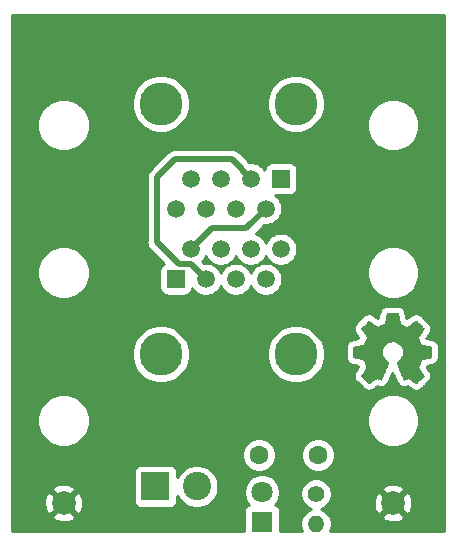
<source format=gbr>
G04 #@! TF.GenerationSoftware,KiCad,Pcbnew,5.1.5+dfsg1-2build2*
G04 #@! TF.CreationDate,2021-07-15T15:49:03-05:00*
G04 #@! TF.ProjectId,DIN_RAIL_POE_INJECTOR,44494e5f-5241-4494-9c5f-504f455f494e,rev?*
G04 #@! TF.SameCoordinates,Original*
G04 #@! TF.FileFunction,Copper,L2,Bot*
G04 #@! TF.FilePolarity,Positive*
%FSLAX46Y46*%
G04 Gerber Fmt 4.6, Leading zero omitted, Abs format (unit mm)*
G04 Created by KiCad (PCBNEW 5.1.5+dfsg1-2build2) date 2021-07-15 15:49:03*
%MOMM*%
%LPD*%
G04 APERTURE LIST*
%ADD10C,0.010000*%
%ADD11C,1.998980*%
%ADD12C,3.650000*%
%ADD13R,1.500000X1.500000*%
%ADD14C,1.500000*%
%ADD15C,1.600000*%
%ADD16O,1.400000X1.400000*%
%ADD17C,1.400000*%
%ADD18C,1.800000*%
%ADD19R,1.800000X1.800000*%
%ADD20C,2.400000*%
%ADD21R,2.400000X2.400000*%
%ADD22C,0.500000*%
%ADD23C,0.254000*%
G04 APERTURE END LIST*
D10*
G36*
X132286186Y-126373931D02*
G01*
X132202365Y-126818555D01*
X131893080Y-126946053D01*
X131583794Y-127073551D01*
X131212754Y-126821246D01*
X131108843Y-126750996D01*
X131014913Y-126688272D01*
X130935348Y-126635938D01*
X130874530Y-126596857D01*
X130836843Y-126573893D01*
X130826579Y-126568942D01*
X130808090Y-126581676D01*
X130768580Y-126616882D01*
X130712478Y-126670062D01*
X130644213Y-126736718D01*
X130568214Y-126812354D01*
X130488908Y-126892472D01*
X130410725Y-126972574D01*
X130338093Y-127048164D01*
X130275441Y-127114745D01*
X130227197Y-127167818D01*
X130197790Y-127202887D01*
X130190759Y-127214623D01*
X130200877Y-127236260D01*
X130229241Y-127283662D01*
X130272871Y-127352193D01*
X130328782Y-127437215D01*
X130393994Y-127534093D01*
X130431781Y-127589350D01*
X130500657Y-127690248D01*
X130561860Y-127781299D01*
X130612422Y-127857970D01*
X130649372Y-127915728D01*
X130669742Y-127950043D01*
X130672803Y-127957254D01*
X130665864Y-127977748D01*
X130646949Y-128025513D01*
X130618913Y-128093832D01*
X130584609Y-128175989D01*
X130546891Y-128265270D01*
X130508613Y-128354958D01*
X130472630Y-128438338D01*
X130441794Y-128508694D01*
X130418961Y-128559310D01*
X130406983Y-128583471D01*
X130406276Y-128584422D01*
X130387469Y-128589036D01*
X130337382Y-128599328D01*
X130261207Y-128614287D01*
X130164135Y-128632901D01*
X130051357Y-128654159D01*
X129985558Y-128666418D01*
X129865050Y-128689362D01*
X129756203Y-128711195D01*
X129664524Y-128730722D01*
X129595519Y-128746748D01*
X129554696Y-128758079D01*
X129546489Y-128761674D01*
X129538452Y-128786006D01*
X129531967Y-128840959D01*
X129527030Y-128920108D01*
X129523636Y-129017026D01*
X129521782Y-129125287D01*
X129521462Y-129238465D01*
X129522673Y-129350135D01*
X129525410Y-129453868D01*
X129529669Y-129543241D01*
X129535445Y-129611826D01*
X129542733Y-129653197D01*
X129547105Y-129661810D01*
X129573236Y-129672133D01*
X129628607Y-129686892D01*
X129705893Y-129704352D01*
X129797770Y-129722780D01*
X129829842Y-129728741D01*
X129984476Y-129757066D01*
X130106625Y-129779876D01*
X130200327Y-129798080D01*
X130269616Y-129812583D01*
X130318529Y-129824292D01*
X130351103Y-129834115D01*
X130371372Y-129842956D01*
X130383374Y-129851724D01*
X130385053Y-129853457D01*
X130401816Y-129881371D01*
X130427386Y-129935695D01*
X130459212Y-130009777D01*
X130494740Y-130096965D01*
X130531417Y-130190608D01*
X130566689Y-130284052D01*
X130598004Y-130370647D01*
X130622807Y-130443740D01*
X130638546Y-130496678D01*
X130642668Y-130522811D01*
X130642324Y-130523726D01*
X130628359Y-130545086D01*
X130596678Y-130592084D01*
X130550609Y-130659827D01*
X130493482Y-130743423D01*
X130428627Y-130837982D01*
X130410157Y-130864854D01*
X130344301Y-130962275D01*
X130286350Y-131051163D01*
X130239462Y-131126412D01*
X130206793Y-131182920D01*
X130191500Y-131215581D01*
X130190759Y-131219593D01*
X130203608Y-131240684D01*
X130239112Y-131282464D01*
X130292707Y-131340445D01*
X130359829Y-131410135D01*
X130435913Y-131487045D01*
X130516396Y-131566683D01*
X130596713Y-131644561D01*
X130672301Y-131716186D01*
X130738595Y-131777070D01*
X130791031Y-131822721D01*
X130825045Y-131848650D01*
X130834455Y-131852883D01*
X130856357Y-131842912D01*
X130901200Y-131816020D01*
X130961679Y-131776736D01*
X131008211Y-131745117D01*
X131092525Y-131687098D01*
X131192374Y-131618784D01*
X131292527Y-131550579D01*
X131346373Y-131514075D01*
X131528629Y-131390800D01*
X131681619Y-131473520D01*
X131751318Y-131509759D01*
X131810586Y-131537926D01*
X131850689Y-131553991D01*
X131860897Y-131556226D01*
X131873171Y-131539722D01*
X131897387Y-131493082D01*
X131931737Y-131420609D01*
X131974412Y-131326606D01*
X132023606Y-131215374D01*
X132077510Y-131091215D01*
X132134316Y-130958432D01*
X132192218Y-130821327D01*
X132249407Y-130684202D01*
X132304076Y-130551358D01*
X132354416Y-130427098D01*
X132398620Y-130315725D01*
X132434881Y-130221539D01*
X132461391Y-130148844D01*
X132476342Y-130101941D01*
X132478746Y-130085833D01*
X132459689Y-130065286D01*
X132417964Y-130031933D01*
X132362294Y-129992702D01*
X132357622Y-129989599D01*
X132213736Y-129874423D01*
X132097717Y-129740053D01*
X132010570Y-129590784D01*
X131953301Y-129430913D01*
X131926914Y-129264737D01*
X131932415Y-129096552D01*
X131970810Y-128930655D01*
X132043105Y-128771342D01*
X132064374Y-128736487D01*
X132175004Y-128595737D01*
X132305698Y-128482714D01*
X132451936Y-128398003D01*
X132609192Y-128342194D01*
X132772943Y-128315874D01*
X132938667Y-128319630D01*
X133101838Y-128354050D01*
X133257935Y-128419723D01*
X133402433Y-128517235D01*
X133447131Y-128556813D01*
X133560888Y-128680703D01*
X133643782Y-128811124D01*
X133700644Y-128957315D01*
X133732313Y-129102088D01*
X133740131Y-129264860D01*
X133714062Y-129428440D01*
X133656755Y-129587298D01*
X133570856Y-129735906D01*
X133459014Y-129868735D01*
X133323877Y-129980256D01*
X133306117Y-129992011D01*
X133249850Y-130030508D01*
X133207077Y-130063863D01*
X133186628Y-130085160D01*
X133186331Y-130085833D01*
X133190721Y-130108871D01*
X133208124Y-130161157D01*
X133236732Y-130238390D01*
X133274735Y-130336268D01*
X133320326Y-130450491D01*
X133371697Y-130576758D01*
X133427038Y-130710767D01*
X133484542Y-130848218D01*
X133542399Y-130984808D01*
X133598802Y-131116237D01*
X133651942Y-131238205D01*
X133700010Y-131346409D01*
X133741199Y-131436549D01*
X133773699Y-131504323D01*
X133795703Y-131545430D01*
X133804564Y-131556226D01*
X133831640Y-131547819D01*
X133882303Y-131525272D01*
X133947817Y-131492613D01*
X133983841Y-131473520D01*
X134136832Y-131390800D01*
X134319088Y-131514075D01*
X134412125Y-131577228D01*
X134513985Y-131646727D01*
X134609438Y-131712165D01*
X134657250Y-131745117D01*
X134724495Y-131790273D01*
X134781436Y-131826057D01*
X134820646Y-131847938D01*
X134833381Y-131852563D01*
X134851917Y-131840085D01*
X134892941Y-131805252D01*
X134952475Y-131751678D01*
X135026542Y-131682983D01*
X135111165Y-131602781D01*
X135164685Y-131551286D01*
X135258319Y-131459286D01*
X135339241Y-131376999D01*
X135404177Y-131307945D01*
X135449858Y-131255644D01*
X135473011Y-131223616D01*
X135475232Y-131217116D01*
X135464924Y-131192394D01*
X135436439Y-131142405D01*
X135392937Y-131072212D01*
X135337577Y-130986875D01*
X135273520Y-130891456D01*
X135255303Y-130864854D01*
X135188927Y-130768167D01*
X135129378Y-130681117D01*
X135079984Y-130608595D01*
X135044075Y-130555493D01*
X135024981Y-130526703D01*
X135023136Y-130523726D01*
X135025895Y-130500782D01*
X135040538Y-130450336D01*
X135064513Y-130379041D01*
X135095266Y-130293547D01*
X135130244Y-130200507D01*
X135166893Y-130106574D01*
X135202661Y-130018399D01*
X135234994Y-129942634D01*
X135261338Y-129885931D01*
X135279142Y-129854943D01*
X135280407Y-129853457D01*
X135291294Y-129844601D01*
X135309682Y-129835843D01*
X135339606Y-129826277D01*
X135385103Y-129814996D01*
X135450209Y-129801093D01*
X135538961Y-129783663D01*
X135655393Y-129761798D01*
X135803542Y-129734591D01*
X135835618Y-129728741D01*
X135930686Y-129710374D01*
X136013565Y-129692405D01*
X136076930Y-129676569D01*
X136113458Y-129664600D01*
X136118356Y-129661810D01*
X136126427Y-129637072D01*
X136132987Y-129581790D01*
X136138033Y-129502389D01*
X136141559Y-129405296D01*
X136143561Y-129296938D01*
X136144036Y-129183740D01*
X136142977Y-129072128D01*
X136140382Y-128968529D01*
X136136246Y-128879368D01*
X136130563Y-128811072D01*
X136123331Y-128770066D01*
X136118971Y-128761674D01*
X136094698Y-128753208D01*
X136039426Y-128739435D01*
X135958662Y-128721550D01*
X135857912Y-128700748D01*
X135742683Y-128678223D01*
X135679902Y-128666418D01*
X135560787Y-128644151D01*
X135454565Y-128623979D01*
X135366427Y-128606915D01*
X135301566Y-128593969D01*
X135265174Y-128586155D01*
X135259184Y-128584422D01*
X135249061Y-128564890D01*
X135227662Y-128517843D01*
X135197839Y-128450003D01*
X135162445Y-128368091D01*
X135124332Y-128278828D01*
X135086353Y-128188935D01*
X135051360Y-128105135D01*
X135022206Y-128034147D01*
X135001743Y-127982694D01*
X134992823Y-127957497D01*
X134992657Y-127956396D01*
X135002769Y-127936519D01*
X135031117Y-127890777D01*
X135074723Y-127823717D01*
X135130606Y-127739884D01*
X135195787Y-127643826D01*
X135233679Y-127588650D01*
X135302725Y-127487481D01*
X135364050Y-127395630D01*
X135414663Y-127317744D01*
X135451571Y-127258469D01*
X135471782Y-127222451D01*
X135474701Y-127214377D01*
X135462153Y-127195584D01*
X135427463Y-127155457D01*
X135375063Y-127098493D01*
X135309384Y-127029185D01*
X135234856Y-126952031D01*
X135155913Y-126871525D01*
X135076983Y-126792163D01*
X135002500Y-126718440D01*
X134936894Y-126654852D01*
X134884596Y-126605894D01*
X134850039Y-126576061D01*
X134838478Y-126568942D01*
X134819654Y-126578953D01*
X134774631Y-126607078D01*
X134707787Y-126650454D01*
X134623499Y-126706218D01*
X134526144Y-126771506D01*
X134452707Y-126821246D01*
X134081667Y-127073551D01*
X133463095Y-126818555D01*
X133379275Y-126373931D01*
X133295454Y-125929307D01*
X132370006Y-125929307D01*
X132286186Y-126373931D01*
G37*
X132286186Y-126373931D02*
X132202365Y-126818555D01*
X131893080Y-126946053D01*
X131583794Y-127073551D01*
X131212754Y-126821246D01*
X131108843Y-126750996D01*
X131014913Y-126688272D01*
X130935348Y-126635938D01*
X130874530Y-126596857D01*
X130836843Y-126573893D01*
X130826579Y-126568942D01*
X130808090Y-126581676D01*
X130768580Y-126616882D01*
X130712478Y-126670062D01*
X130644213Y-126736718D01*
X130568214Y-126812354D01*
X130488908Y-126892472D01*
X130410725Y-126972574D01*
X130338093Y-127048164D01*
X130275441Y-127114745D01*
X130227197Y-127167818D01*
X130197790Y-127202887D01*
X130190759Y-127214623D01*
X130200877Y-127236260D01*
X130229241Y-127283662D01*
X130272871Y-127352193D01*
X130328782Y-127437215D01*
X130393994Y-127534093D01*
X130431781Y-127589350D01*
X130500657Y-127690248D01*
X130561860Y-127781299D01*
X130612422Y-127857970D01*
X130649372Y-127915728D01*
X130669742Y-127950043D01*
X130672803Y-127957254D01*
X130665864Y-127977748D01*
X130646949Y-128025513D01*
X130618913Y-128093832D01*
X130584609Y-128175989D01*
X130546891Y-128265270D01*
X130508613Y-128354958D01*
X130472630Y-128438338D01*
X130441794Y-128508694D01*
X130418961Y-128559310D01*
X130406983Y-128583471D01*
X130406276Y-128584422D01*
X130387469Y-128589036D01*
X130337382Y-128599328D01*
X130261207Y-128614287D01*
X130164135Y-128632901D01*
X130051357Y-128654159D01*
X129985558Y-128666418D01*
X129865050Y-128689362D01*
X129756203Y-128711195D01*
X129664524Y-128730722D01*
X129595519Y-128746748D01*
X129554696Y-128758079D01*
X129546489Y-128761674D01*
X129538452Y-128786006D01*
X129531967Y-128840959D01*
X129527030Y-128920108D01*
X129523636Y-129017026D01*
X129521782Y-129125287D01*
X129521462Y-129238465D01*
X129522673Y-129350135D01*
X129525410Y-129453868D01*
X129529669Y-129543241D01*
X129535445Y-129611826D01*
X129542733Y-129653197D01*
X129547105Y-129661810D01*
X129573236Y-129672133D01*
X129628607Y-129686892D01*
X129705893Y-129704352D01*
X129797770Y-129722780D01*
X129829842Y-129728741D01*
X129984476Y-129757066D01*
X130106625Y-129779876D01*
X130200327Y-129798080D01*
X130269616Y-129812583D01*
X130318529Y-129824292D01*
X130351103Y-129834115D01*
X130371372Y-129842956D01*
X130383374Y-129851724D01*
X130385053Y-129853457D01*
X130401816Y-129881371D01*
X130427386Y-129935695D01*
X130459212Y-130009777D01*
X130494740Y-130096965D01*
X130531417Y-130190608D01*
X130566689Y-130284052D01*
X130598004Y-130370647D01*
X130622807Y-130443740D01*
X130638546Y-130496678D01*
X130642668Y-130522811D01*
X130642324Y-130523726D01*
X130628359Y-130545086D01*
X130596678Y-130592084D01*
X130550609Y-130659827D01*
X130493482Y-130743423D01*
X130428627Y-130837982D01*
X130410157Y-130864854D01*
X130344301Y-130962275D01*
X130286350Y-131051163D01*
X130239462Y-131126412D01*
X130206793Y-131182920D01*
X130191500Y-131215581D01*
X130190759Y-131219593D01*
X130203608Y-131240684D01*
X130239112Y-131282464D01*
X130292707Y-131340445D01*
X130359829Y-131410135D01*
X130435913Y-131487045D01*
X130516396Y-131566683D01*
X130596713Y-131644561D01*
X130672301Y-131716186D01*
X130738595Y-131777070D01*
X130791031Y-131822721D01*
X130825045Y-131848650D01*
X130834455Y-131852883D01*
X130856357Y-131842912D01*
X130901200Y-131816020D01*
X130961679Y-131776736D01*
X131008211Y-131745117D01*
X131092525Y-131687098D01*
X131192374Y-131618784D01*
X131292527Y-131550579D01*
X131346373Y-131514075D01*
X131528629Y-131390800D01*
X131681619Y-131473520D01*
X131751318Y-131509759D01*
X131810586Y-131537926D01*
X131850689Y-131553991D01*
X131860897Y-131556226D01*
X131873171Y-131539722D01*
X131897387Y-131493082D01*
X131931737Y-131420609D01*
X131974412Y-131326606D01*
X132023606Y-131215374D01*
X132077510Y-131091215D01*
X132134316Y-130958432D01*
X132192218Y-130821327D01*
X132249407Y-130684202D01*
X132304076Y-130551358D01*
X132354416Y-130427098D01*
X132398620Y-130315725D01*
X132434881Y-130221539D01*
X132461391Y-130148844D01*
X132476342Y-130101941D01*
X132478746Y-130085833D01*
X132459689Y-130065286D01*
X132417964Y-130031933D01*
X132362294Y-129992702D01*
X132357622Y-129989599D01*
X132213736Y-129874423D01*
X132097717Y-129740053D01*
X132010570Y-129590784D01*
X131953301Y-129430913D01*
X131926914Y-129264737D01*
X131932415Y-129096552D01*
X131970810Y-128930655D01*
X132043105Y-128771342D01*
X132064374Y-128736487D01*
X132175004Y-128595737D01*
X132305698Y-128482714D01*
X132451936Y-128398003D01*
X132609192Y-128342194D01*
X132772943Y-128315874D01*
X132938667Y-128319630D01*
X133101838Y-128354050D01*
X133257935Y-128419723D01*
X133402433Y-128517235D01*
X133447131Y-128556813D01*
X133560888Y-128680703D01*
X133643782Y-128811124D01*
X133700644Y-128957315D01*
X133732313Y-129102088D01*
X133740131Y-129264860D01*
X133714062Y-129428440D01*
X133656755Y-129587298D01*
X133570856Y-129735906D01*
X133459014Y-129868735D01*
X133323877Y-129980256D01*
X133306117Y-129992011D01*
X133249850Y-130030508D01*
X133207077Y-130063863D01*
X133186628Y-130085160D01*
X133186331Y-130085833D01*
X133190721Y-130108871D01*
X133208124Y-130161157D01*
X133236732Y-130238390D01*
X133274735Y-130336268D01*
X133320326Y-130450491D01*
X133371697Y-130576758D01*
X133427038Y-130710767D01*
X133484542Y-130848218D01*
X133542399Y-130984808D01*
X133598802Y-131116237D01*
X133651942Y-131238205D01*
X133700010Y-131346409D01*
X133741199Y-131436549D01*
X133773699Y-131504323D01*
X133795703Y-131545430D01*
X133804564Y-131556226D01*
X133831640Y-131547819D01*
X133882303Y-131525272D01*
X133947817Y-131492613D01*
X133983841Y-131473520D01*
X134136832Y-131390800D01*
X134319088Y-131514075D01*
X134412125Y-131577228D01*
X134513985Y-131646727D01*
X134609438Y-131712165D01*
X134657250Y-131745117D01*
X134724495Y-131790273D01*
X134781436Y-131826057D01*
X134820646Y-131847938D01*
X134833381Y-131852563D01*
X134851917Y-131840085D01*
X134892941Y-131805252D01*
X134952475Y-131751678D01*
X135026542Y-131682983D01*
X135111165Y-131602781D01*
X135164685Y-131551286D01*
X135258319Y-131459286D01*
X135339241Y-131376999D01*
X135404177Y-131307945D01*
X135449858Y-131255644D01*
X135473011Y-131223616D01*
X135475232Y-131217116D01*
X135464924Y-131192394D01*
X135436439Y-131142405D01*
X135392937Y-131072212D01*
X135337577Y-130986875D01*
X135273520Y-130891456D01*
X135255303Y-130864854D01*
X135188927Y-130768167D01*
X135129378Y-130681117D01*
X135079984Y-130608595D01*
X135044075Y-130555493D01*
X135024981Y-130526703D01*
X135023136Y-130523726D01*
X135025895Y-130500782D01*
X135040538Y-130450336D01*
X135064513Y-130379041D01*
X135095266Y-130293547D01*
X135130244Y-130200507D01*
X135166893Y-130106574D01*
X135202661Y-130018399D01*
X135234994Y-129942634D01*
X135261338Y-129885931D01*
X135279142Y-129854943D01*
X135280407Y-129853457D01*
X135291294Y-129844601D01*
X135309682Y-129835843D01*
X135339606Y-129826277D01*
X135385103Y-129814996D01*
X135450209Y-129801093D01*
X135538961Y-129783663D01*
X135655393Y-129761798D01*
X135803542Y-129734591D01*
X135835618Y-129728741D01*
X135930686Y-129710374D01*
X136013565Y-129692405D01*
X136076930Y-129676569D01*
X136113458Y-129664600D01*
X136118356Y-129661810D01*
X136126427Y-129637072D01*
X136132987Y-129581790D01*
X136138033Y-129502389D01*
X136141559Y-129405296D01*
X136143561Y-129296938D01*
X136144036Y-129183740D01*
X136142977Y-129072128D01*
X136140382Y-128968529D01*
X136136246Y-128879368D01*
X136130563Y-128811072D01*
X136123331Y-128770066D01*
X136118971Y-128761674D01*
X136094698Y-128753208D01*
X136039426Y-128739435D01*
X135958662Y-128721550D01*
X135857912Y-128700748D01*
X135742683Y-128678223D01*
X135679902Y-128666418D01*
X135560787Y-128644151D01*
X135454565Y-128623979D01*
X135366427Y-128606915D01*
X135301566Y-128593969D01*
X135265174Y-128586155D01*
X135259184Y-128584422D01*
X135249061Y-128564890D01*
X135227662Y-128517843D01*
X135197839Y-128450003D01*
X135162445Y-128368091D01*
X135124332Y-128278828D01*
X135086353Y-128188935D01*
X135051360Y-128105135D01*
X135022206Y-128034147D01*
X135001743Y-127982694D01*
X134992823Y-127957497D01*
X134992657Y-127956396D01*
X135002769Y-127936519D01*
X135031117Y-127890777D01*
X135074723Y-127823717D01*
X135130606Y-127739884D01*
X135195787Y-127643826D01*
X135233679Y-127588650D01*
X135302725Y-127487481D01*
X135364050Y-127395630D01*
X135414663Y-127317744D01*
X135451571Y-127258469D01*
X135471782Y-127222451D01*
X135474701Y-127214377D01*
X135462153Y-127195584D01*
X135427463Y-127155457D01*
X135375063Y-127098493D01*
X135309384Y-127029185D01*
X135234856Y-126952031D01*
X135155913Y-126871525D01*
X135076983Y-126792163D01*
X135002500Y-126718440D01*
X134936894Y-126654852D01*
X134884596Y-126605894D01*
X134850039Y-126576061D01*
X134838478Y-126568942D01*
X134819654Y-126578953D01*
X134774631Y-126607078D01*
X134707787Y-126650454D01*
X134623499Y-126706218D01*
X134526144Y-126771506D01*
X134452707Y-126821246D01*
X134081667Y-127073551D01*
X133463095Y-126818555D01*
X133379275Y-126373931D01*
X133295454Y-125929307D01*
X132370006Y-125929307D01*
X132286186Y-126373931D01*
D11*
X132890000Y-142000000D03*
X105000000Y-142000000D03*
D12*
X124660000Y-129397000D03*
X113230000Y-129397000D03*
D13*
X114500000Y-123047000D03*
D14*
X115770000Y-120507000D03*
X117040000Y-123047000D03*
X118310000Y-120507000D03*
X119580000Y-123047000D03*
X120850000Y-120507000D03*
X122120000Y-123047000D03*
X123390000Y-120507000D03*
D15*
X126539000Y-137922000D03*
X121539000Y-137922000D03*
D16*
X126365000Y-143764000D03*
D17*
X126365000Y-141224000D03*
D18*
X121793000Y-141097000D03*
D19*
X121793000Y-143637000D03*
D20*
X116276000Y-140589000D03*
D21*
X112776000Y-140589000D03*
D12*
X113230000Y-108188000D03*
X124660000Y-108188000D03*
D13*
X123390000Y-114538000D03*
D14*
X122120000Y-117078000D03*
X120850000Y-114538000D03*
X119580000Y-117078000D03*
X118310000Y-114538000D03*
X117040000Y-117078000D03*
X115770000Y-114538000D03*
X114500000Y-117078000D03*
D22*
X120453000Y-118745000D02*
X122120000Y-117078000D01*
X117532000Y-118745000D02*
X120453000Y-118745000D01*
X115770000Y-120507000D02*
X117532000Y-118745000D01*
X115786000Y-121793000D02*
X117040000Y-123047000D01*
X112903000Y-114427000D02*
X112903000Y-119888000D01*
X114427000Y-112903000D02*
X112903000Y-114427000D01*
X119253000Y-112903000D02*
X114427000Y-112903000D01*
X114808000Y-121793000D02*
X115786000Y-121793000D01*
X112903000Y-119888000D02*
X114808000Y-121793000D01*
X120100001Y-113750001D02*
X119253000Y-112903000D01*
X120100001Y-113788001D02*
X120100001Y-113750001D01*
X120850000Y-114538000D02*
X120100001Y-113788001D01*
D23*
G36*
X137230001Y-144340000D02*
G01*
X127571406Y-144340000D01*
X127648696Y-144153405D01*
X127700000Y-143895486D01*
X127700000Y-143632514D01*
X127648696Y-143374595D01*
X127549474Y-143135050D01*
X131934555Y-143135050D01*
X132030258Y-143399399D01*
X132319787Y-143540238D01*
X132631229Y-143621885D01*
X132952615Y-143641205D01*
X133271595Y-143597454D01*
X133575911Y-143492314D01*
X133749742Y-143399399D01*
X133845445Y-143135050D01*
X132890000Y-142179605D01*
X131934555Y-143135050D01*
X127549474Y-143135050D01*
X127548061Y-143131641D01*
X127401962Y-142912987D01*
X127216013Y-142727038D01*
X126997359Y-142580939D01*
X126787470Y-142494000D01*
X126997359Y-142407061D01*
X127216013Y-142260962D01*
X127401962Y-142075013D01*
X127410246Y-142062615D01*
X131248795Y-142062615D01*
X131292546Y-142381595D01*
X131397686Y-142685911D01*
X131490601Y-142859742D01*
X131754950Y-142955445D01*
X132710395Y-142000000D01*
X133069605Y-142000000D01*
X134025050Y-142955445D01*
X134289399Y-142859742D01*
X134430238Y-142570213D01*
X134511885Y-142258771D01*
X134531205Y-141937385D01*
X134487454Y-141618405D01*
X134382314Y-141314089D01*
X134289399Y-141140258D01*
X134025050Y-141044555D01*
X133069605Y-142000000D01*
X132710395Y-142000000D01*
X131754950Y-141044555D01*
X131490601Y-141140258D01*
X131349762Y-141429787D01*
X131268115Y-141741229D01*
X131248795Y-142062615D01*
X127410246Y-142062615D01*
X127548061Y-141856359D01*
X127648696Y-141613405D01*
X127700000Y-141355486D01*
X127700000Y-141092514D01*
X127654735Y-140864950D01*
X131934555Y-140864950D01*
X132890000Y-141820395D01*
X133845445Y-140864950D01*
X133749742Y-140600601D01*
X133460213Y-140459762D01*
X133148771Y-140378115D01*
X132827385Y-140358795D01*
X132508405Y-140402546D01*
X132204089Y-140507686D01*
X132030258Y-140600601D01*
X131934555Y-140864950D01*
X127654735Y-140864950D01*
X127648696Y-140834595D01*
X127548061Y-140591641D01*
X127401962Y-140372987D01*
X127216013Y-140187038D01*
X126997359Y-140040939D01*
X126754405Y-139940304D01*
X126496486Y-139889000D01*
X126233514Y-139889000D01*
X125975595Y-139940304D01*
X125732641Y-140040939D01*
X125513987Y-140187038D01*
X125328038Y-140372987D01*
X125181939Y-140591641D01*
X125081304Y-140834595D01*
X125030000Y-141092514D01*
X125030000Y-141355486D01*
X125081304Y-141613405D01*
X125181939Y-141856359D01*
X125328038Y-142075013D01*
X125513987Y-142260962D01*
X125732641Y-142407061D01*
X125942530Y-142494000D01*
X125732641Y-142580939D01*
X125513987Y-142727038D01*
X125328038Y-142912987D01*
X125181939Y-143131641D01*
X125081304Y-143374595D01*
X125030000Y-143632514D01*
X125030000Y-143895486D01*
X125081304Y-144153405D01*
X125158594Y-144340000D01*
X123331072Y-144340000D01*
X123331072Y-142737000D01*
X123318812Y-142612518D01*
X123282502Y-142492820D01*
X123223537Y-142382506D01*
X123144185Y-142285815D01*
X123047494Y-142206463D01*
X122937180Y-142147498D01*
X122918873Y-142141944D01*
X122985312Y-142075505D01*
X123153299Y-141824095D01*
X123269011Y-141544743D01*
X123328000Y-141248184D01*
X123328000Y-140945816D01*
X123269011Y-140649257D01*
X123153299Y-140369905D01*
X122985312Y-140118495D01*
X122771505Y-139904688D01*
X122520095Y-139736701D01*
X122240743Y-139620989D01*
X121944184Y-139562000D01*
X121641816Y-139562000D01*
X121345257Y-139620989D01*
X121065905Y-139736701D01*
X120814495Y-139904688D01*
X120600688Y-140118495D01*
X120432701Y-140369905D01*
X120316989Y-140649257D01*
X120258000Y-140945816D01*
X120258000Y-141248184D01*
X120316989Y-141544743D01*
X120432701Y-141824095D01*
X120600688Y-142075505D01*
X120667127Y-142141944D01*
X120648820Y-142147498D01*
X120538506Y-142206463D01*
X120441815Y-142285815D01*
X120362463Y-142382506D01*
X120303498Y-142492820D01*
X120267188Y-142612518D01*
X120254928Y-142737000D01*
X120254928Y-144340000D01*
X100660000Y-144340000D01*
X100660000Y-143135050D01*
X104044555Y-143135050D01*
X104140258Y-143399399D01*
X104429787Y-143540238D01*
X104741229Y-143621885D01*
X105062615Y-143641205D01*
X105381595Y-143597454D01*
X105685911Y-143492314D01*
X105859742Y-143399399D01*
X105955445Y-143135050D01*
X105000000Y-142179605D01*
X104044555Y-143135050D01*
X100660000Y-143135050D01*
X100660000Y-142062615D01*
X103358795Y-142062615D01*
X103402546Y-142381595D01*
X103507686Y-142685911D01*
X103600601Y-142859742D01*
X103864950Y-142955445D01*
X104820395Y-142000000D01*
X105179605Y-142000000D01*
X106135050Y-142955445D01*
X106399399Y-142859742D01*
X106540238Y-142570213D01*
X106621885Y-142258771D01*
X106641205Y-141937385D01*
X106597454Y-141618405D01*
X106492314Y-141314089D01*
X106399399Y-141140258D01*
X106135050Y-141044555D01*
X105179605Y-142000000D01*
X104820395Y-142000000D01*
X103864950Y-141044555D01*
X103600601Y-141140258D01*
X103459762Y-141429787D01*
X103378115Y-141741229D01*
X103358795Y-142062615D01*
X100660000Y-142062615D01*
X100660000Y-140864950D01*
X104044555Y-140864950D01*
X105000000Y-141820395D01*
X105955445Y-140864950D01*
X105859742Y-140600601D01*
X105570213Y-140459762D01*
X105258771Y-140378115D01*
X104937385Y-140358795D01*
X104618405Y-140402546D01*
X104314089Y-140507686D01*
X104140258Y-140600601D01*
X104044555Y-140864950D01*
X100660000Y-140864950D01*
X100660000Y-139389000D01*
X110937928Y-139389000D01*
X110937928Y-141789000D01*
X110950188Y-141913482D01*
X110986498Y-142033180D01*
X111045463Y-142143494D01*
X111124815Y-142240185D01*
X111221506Y-142319537D01*
X111331820Y-142378502D01*
X111451518Y-142414812D01*
X111576000Y-142427072D01*
X113976000Y-142427072D01*
X114100482Y-142414812D01*
X114220180Y-142378502D01*
X114330494Y-142319537D01*
X114427185Y-142240185D01*
X114506537Y-142143494D01*
X114565502Y-142033180D01*
X114601812Y-141913482D01*
X114614072Y-141789000D01*
X114614072Y-141371838D01*
X114649844Y-141458199D01*
X114850662Y-141758744D01*
X115106256Y-142014338D01*
X115406801Y-142215156D01*
X115740750Y-142353482D01*
X116095268Y-142424000D01*
X116456732Y-142424000D01*
X116811250Y-142353482D01*
X117145199Y-142215156D01*
X117445744Y-142014338D01*
X117701338Y-141758744D01*
X117902156Y-141458199D01*
X118040482Y-141124250D01*
X118111000Y-140769732D01*
X118111000Y-140408268D01*
X118040482Y-140053750D01*
X117902156Y-139719801D01*
X117701338Y-139419256D01*
X117445744Y-139163662D01*
X117145199Y-138962844D01*
X116811250Y-138824518D01*
X116456732Y-138754000D01*
X116095268Y-138754000D01*
X115740750Y-138824518D01*
X115406801Y-138962844D01*
X115106256Y-139163662D01*
X114850662Y-139419256D01*
X114649844Y-139719801D01*
X114614072Y-139806162D01*
X114614072Y-139389000D01*
X114601812Y-139264518D01*
X114565502Y-139144820D01*
X114506537Y-139034506D01*
X114427185Y-138937815D01*
X114330494Y-138858463D01*
X114220180Y-138799498D01*
X114100482Y-138763188D01*
X113976000Y-138750928D01*
X111576000Y-138750928D01*
X111451518Y-138763188D01*
X111331820Y-138799498D01*
X111221506Y-138858463D01*
X111124815Y-138937815D01*
X111045463Y-139034506D01*
X110986498Y-139144820D01*
X110950188Y-139264518D01*
X110937928Y-139389000D01*
X100660000Y-139389000D01*
X100660000Y-137780665D01*
X120104000Y-137780665D01*
X120104000Y-138063335D01*
X120159147Y-138340574D01*
X120267320Y-138601727D01*
X120424363Y-138836759D01*
X120624241Y-139036637D01*
X120859273Y-139193680D01*
X121120426Y-139301853D01*
X121397665Y-139357000D01*
X121680335Y-139357000D01*
X121957574Y-139301853D01*
X122218727Y-139193680D01*
X122453759Y-139036637D01*
X122653637Y-138836759D01*
X122810680Y-138601727D01*
X122918853Y-138340574D01*
X122974000Y-138063335D01*
X122974000Y-137780665D01*
X125104000Y-137780665D01*
X125104000Y-138063335D01*
X125159147Y-138340574D01*
X125267320Y-138601727D01*
X125424363Y-138836759D01*
X125624241Y-139036637D01*
X125859273Y-139193680D01*
X126120426Y-139301853D01*
X126397665Y-139357000D01*
X126680335Y-139357000D01*
X126957574Y-139301853D01*
X127218727Y-139193680D01*
X127453759Y-139036637D01*
X127653637Y-138836759D01*
X127810680Y-138601727D01*
X127918853Y-138340574D01*
X127974000Y-138063335D01*
X127974000Y-137780665D01*
X127918853Y-137503426D01*
X127810680Y-137242273D01*
X127653637Y-137007241D01*
X127453759Y-136807363D01*
X127218727Y-136650320D01*
X126957574Y-136542147D01*
X126680335Y-136487000D01*
X126397665Y-136487000D01*
X126120426Y-136542147D01*
X125859273Y-136650320D01*
X125624241Y-136807363D01*
X125424363Y-137007241D01*
X125267320Y-137242273D01*
X125159147Y-137503426D01*
X125104000Y-137780665D01*
X122974000Y-137780665D01*
X122918853Y-137503426D01*
X122810680Y-137242273D01*
X122653637Y-137007241D01*
X122453759Y-136807363D01*
X122218727Y-136650320D01*
X121957574Y-136542147D01*
X121680335Y-136487000D01*
X121397665Y-136487000D01*
X121120426Y-136542147D01*
X120859273Y-136650320D01*
X120624241Y-136807363D01*
X120424363Y-137007241D01*
X120267320Y-137242273D01*
X120159147Y-137503426D01*
X120104000Y-137780665D01*
X100660000Y-137780665D01*
X100660000Y-134779872D01*
X102765000Y-134779872D01*
X102765000Y-135220128D01*
X102850890Y-135651925D01*
X103019369Y-136058669D01*
X103263962Y-136424729D01*
X103575271Y-136736038D01*
X103941331Y-136980631D01*
X104348075Y-137149110D01*
X104779872Y-137235000D01*
X105220128Y-137235000D01*
X105651925Y-137149110D01*
X106058669Y-136980631D01*
X106424729Y-136736038D01*
X106736038Y-136424729D01*
X106980631Y-136058669D01*
X107149110Y-135651925D01*
X107235000Y-135220128D01*
X107235000Y-134779872D01*
X130655000Y-134779872D01*
X130655000Y-135220128D01*
X130740890Y-135651925D01*
X130909369Y-136058669D01*
X131153962Y-136424729D01*
X131465271Y-136736038D01*
X131831331Y-136980631D01*
X132238075Y-137149110D01*
X132669872Y-137235000D01*
X133110128Y-137235000D01*
X133541925Y-137149110D01*
X133948669Y-136980631D01*
X134314729Y-136736038D01*
X134626038Y-136424729D01*
X134870631Y-136058669D01*
X135039110Y-135651925D01*
X135125000Y-135220128D01*
X135125000Y-134779872D01*
X135039110Y-134348075D01*
X134870631Y-133941331D01*
X134626038Y-133575271D01*
X134314729Y-133263962D01*
X133948669Y-133019369D01*
X133541925Y-132850890D01*
X133110128Y-132765000D01*
X132669872Y-132765000D01*
X132238075Y-132850890D01*
X131831331Y-133019369D01*
X131465271Y-133263962D01*
X131153962Y-133575271D01*
X130909369Y-133941331D01*
X130740890Y-134348075D01*
X130655000Y-134779872D01*
X107235000Y-134779872D01*
X107149110Y-134348075D01*
X106980631Y-133941331D01*
X106736038Y-133575271D01*
X106424729Y-133263962D01*
X106058669Y-133019369D01*
X105651925Y-132850890D01*
X105220128Y-132765000D01*
X104779872Y-132765000D01*
X104348075Y-132850890D01*
X103941331Y-133019369D01*
X103575271Y-133263962D01*
X103263962Y-133575271D01*
X103019369Y-133941331D01*
X102850890Y-134348075D01*
X102765000Y-134779872D01*
X100660000Y-134779872D01*
X100660000Y-129154711D01*
X110770000Y-129154711D01*
X110770000Y-129639289D01*
X110864536Y-130114556D01*
X111049976Y-130562247D01*
X111319193Y-130965159D01*
X111661841Y-131307807D01*
X112064753Y-131577024D01*
X112512444Y-131762464D01*
X112987711Y-131857000D01*
X113472289Y-131857000D01*
X113947556Y-131762464D01*
X114395247Y-131577024D01*
X114798159Y-131307807D01*
X115140807Y-130965159D01*
X115410024Y-130562247D01*
X115595464Y-130114556D01*
X115690000Y-129639289D01*
X115690000Y-129154711D01*
X122200000Y-129154711D01*
X122200000Y-129639289D01*
X122294536Y-130114556D01*
X122479976Y-130562247D01*
X122749193Y-130965159D01*
X123091841Y-131307807D01*
X123494753Y-131577024D01*
X123942444Y-131762464D01*
X124417711Y-131857000D01*
X124902289Y-131857000D01*
X125377556Y-131762464D01*
X125825247Y-131577024D01*
X126228159Y-131307807D01*
X126570807Y-130965159D01*
X126840024Y-130562247D01*
X127025464Y-130114556D01*
X127120000Y-129639289D01*
X127120000Y-129236469D01*
X128881465Y-129236469D01*
X128881465Y-129236655D01*
X128881466Y-129236663D01*
X128881500Y-129245405D01*
X128882711Y-129357075D01*
X128882765Y-129357574D01*
X128882722Y-129358081D01*
X128882896Y-129367016D01*
X128885633Y-129470748D01*
X128885922Y-129473065D01*
X128885772Y-129475403D01*
X128886135Y-129484332D01*
X128890394Y-129573705D01*
X128891438Y-129580834D01*
X128891238Y-129588040D01*
X128891927Y-129596950D01*
X128897703Y-129665535D01*
X128902127Y-129689609D01*
X128903661Y-129714049D01*
X128905150Y-129722860D01*
X128912438Y-129764231D01*
X128919836Y-129790744D01*
X128924289Y-129817898D01*
X128936580Y-129850751D01*
X128946009Y-129884541D01*
X128954590Y-129901536D01*
X128957301Y-129910269D01*
X128962302Y-129919501D01*
X128968057Y-129934884D01*
X128972046Y-129942880D01*
X128976418Y-129951493D01*
X128992769Y-129977146D01*
X129002309Y-129996040D01*
X129007050Y-130002110D01*
X129016793Y-130020097D01*
X129031319Y-130037629D01*
X129043553Y-130056823D01*
X129071069Y-130085604D01*
X129096485Y-130116279D01*
X129114142Y-130130657D01*
X129129869Y-130147107D01*
X129162455Y-130169999D01*
X129193341Y-130195149D01*
X129213446Y-130205820D01*
X129232076Y-130218907D01*
X129268492Y-130235034D01*
X129303670Y-130253705D01*
X129311958Y-130257046D01*
X129338089Y-130267369D01*
X129369423Y-130276328D01*
X129399782Y-130288180D01*
X129408401Y-130290542D01*
X129463771Y-130305301D01*
X129471487Y-130306568D01*
X129478873Y-130309130D01*
X129487576Y-130311160D01*
X129564862Y-130328620D01*
X129568140Y-130329030D01*
X129571284Y-130330036D01*
X129580033Y-130331854D01*
X129671910Y-130350282D01*
X129671976Y-130350289D01*
X129672046Y-130350310D01*
X129680821Y-130352004D01*
X129712892Y-130357965D01*
X129712984Y-130357973D01*
X129714529Y-130358267D01*
X129868030Y-130386385D01*
X129924919Y-130397008D01*
X129934047Y-130420314D01*
X129935814Y-130424994D01*
X129900838Y-130475989D01*
X129882729Y-130502336D01*
X129882656Y-130502468D01*
X129879938Y-130506429D01*
X129814082Y-130603850D01*
X129813665Y-130604620D01*
X129813109Y-130605294D01*
X129808176Y-130612746D01*
X129750226Y-130701634D01*
X129749256Y-130703497D01*
X129747947Y-130705153D01*
X129743169Y-130712704D01*
X129696281Y-130787953D01*
X129693562Y-130793448D01*
X129689919Y-130798383D01*
X129685393Y-130806088D01*
X129652724Y-130862596D01*
X129643138Y-130883696D01*
X129631030Y-130903461D01*
X129627184Y-130911527D01*
X129611891Y-130944188D01*
X129606982Y-130958057D01*
X129600065Y-130971032D01*
X129586180Y-131016835D01*
X129570217Y-131061937D01*
X129568098Y-131076481D01*
X129563828Y-131090565D01*
X129562144Y-131099341D01*
X129561403Y-131103354D01*
X129557892Y-131144607D01*
X129551665Y-131185546D01*
X129552608Y-131206709D01*
X129550812Y-131227810D01*
X129555380Y-131268951D01*
X129557223Y-131310328D01*
X129562259Y-131330908D01*
X129564596Y-131351953D01*
X129577072Y-131391437D01*
X129586914Y-131431655D01*
X129595846Y-131450853D01*
X129602229Y-131471055D01*
X129622137Y-131507364D01*
X129639602Y-131544903D01*
X129644199Y-131552567D01*
X129657048Y-131573658D01*
X129684586Y-131610268D01*
X129710176Y-131648268D01*
X129715915Y-131655118D01*
X129751419Y-131696898D01*
X129757830Y-131703098D01*
X129763117Y-131710283D01*
X129769137Y-131716887D01*
X129822732Y-131774868D01*
X129824306Y-131776268D01*
X129825591Y-131777941D01*
X129831745Y-131784421D01*
X129898868Y-131854111D01*
X129898888Y-131854128D01*
X129904844Y-131860234D01*
X129980928Y-131937144D01*
X129981021Y-131937221D01*
X129985759Y-131941975D01*
X130066242Y-132021613D01*
X130066343Y-132021695D01*
X130070878Y-132026154D01*
X130151195Y-132104032D01*
X130151269Y-132104091D01*
X130156507Y-132109124D01*
X130232095Y-132180749D01*
X130232507Y-132181069D01*
X130232855Y-132181469D01*
X130239395Y-132187559D01*
X130305689Y-132248443D01*
X130308918Y-132250873D01*
X130311656Y-132253855D01*
X130318355Y-132259769D01*
X130370791Y-132305420D01*
X130384129Y-132314914D01*
X130395966Y-132326233D01*
X130403035Y-132331699D01*
X130437049Y-132357628D01*
X130442288Y-132360866D01*
X130446876Y-132364971D01*
X130482189Y-132385872D01*
X130492258Y-132393717D01*
X130509418Y-132402356D01*
X130543300Y-132423297D01*
X130549063Y-132425454D01*
X130554365Y-132428592D01*
X130562489Y-132432315D01*
X130571899Y-132436547D01*
X130588327Y-132442082D01*
X130603824Y-132449884D01*
X130644611Y-132461212D01*
X130660282Y-132467077D01*
X130664627Y-132467790D01*
X130690267Y-132476429D01*
X130707462Y-132478668D01*
X130724174Y-132483310D01*
X130769279Y-132486719D01*
X130814127Y-132492560D01*
X130831431Y-132491417D01*
X130848725Y-132492724D01*
X130893627Y-132487308D01*
X130938762Y-132484326D01*
X130955518Y-132479842D01*
X130972733Y-132477766D01*
X131015732Y-132463731D01*
X131059423Y-132452040D01*
X131074981Y-132444391D01*
X131091473Y-132439008D01*
X131099631Y-132435362D01*
X131121534Y-132425391D01*
X131148971Y-132409500D01*
X131177815Y-132396325D01*
X131185510Y-132391782D01*
X131230353Y-132364890D01*
X131236005Y-132360700D01*
X131242294Y-132357550D01*
X131249822Y-132352735D01*
X131310301Y-132313451D01*
X131312016Y-132312082D01*
X131313954Y-132311060D01*
X131321380Y-132306089D01*
X131367912Y-132274470D01*
X131368026Y-132274375D01*
X131371015Y-132272349D01*
X131454704Y-132214760D01*
X131553136Y-132147416D01*
X131574568Y-132132820D01*
X131612695Y-132148094D01*
X131659193Y-132161630D01*
X131690403Y-132172224D01*
X131699160Y-132175453D01*
X131700579Y-132175679D01*
X131705090Y-132177210D01*
X131713806Y-132179181D01*
X131724014Y-132181416D01*
X131729317Y-132182044D01*
X131732623Y-132183006D01*
X131751453Y-132184664D01*
X131773388Y-132187260D01*
X131822516Y-132195074D01*
X131835326Y-132194590D01*
X131848055Y-132196097D01*
X131897622Y-132192239D01*
X131947333Y-132190363D01*
X131959811Y-132187399D01*
X131972584Y-132186405D01*
X132020460Y-132172993D01*
X132068858Y-132161497D01*
X132080515Y-132156169D01*
X132092860Y-132152711D01*
X132137236Y-132130246D01*
X132182462Y-132109576D01*
X132192863Y-132102085D01*
X132204300Y-132096295D01*
X132243471Y-132065636D01*
X132283817Y-132036578D01*
X132292562Y-132027212D01*
X132302660Y-132019309D01*
X132335124Y-131981632D01*
X132369064Y-131945285D01*
X132374446Y-131938152D01*
X132386720Y-131921648D01*
X132410895Y-131881475D01*
X132437000Y-131842537D01*
X132441173Y-131834635D01*
X132465389Y-131787995D01*
X132468057Y-131781339D01*
X132471832Y-131775240D01*
X132475715Y-131767192D01*
X132510065Y-131694719D01*
X132510335Y-131693966D01*
X132510746Y-131693278D01*
X132514497Y-131685167D01*
X132557172Y-131591164D01*
X132557216Y-131591035D01*
X132559724Y-131585469D01*
X132608918Y-131474237D01*
X132608968Y-131474085D01*
X132610666Y-131470248D01*
X132664570Y-131346089D01*
X132664615Y-131345949D01*
X132665925Y-131342945D01*
X132722731Y-131210162D01*
X132722774Y-131210027D01*
X132723895Y-131207422D01*
X132781797Y-131070318D01*
X132781837Y-131070189D01*
X132782905Y-131067678D01*
X132832699Y-130948284D01*
X132835494Y-130955053D01*
X132835558Y-130955173D01*
X132836624Y-130957772D01*
X132894128Y-131095224D01*
X132894194Y-131095347D01*
X132895230Y-131097840D01*
X132953087Y-131234429D01*
X132953151Y-131234546D01*
X132954270Y-131237205D01*
X133010673Y-131368634D01*
X133010746Y-131368767D01*
X133012072Y-131371868D01*
X133065212Y-131493837D01*
X133065288Y-131493973D01*
X133067057Y-131498031D01*
X133115125Y-131606235D01*
X133115184Y-131606339D01*
X133117903Y-131612400D01*
X133159092Y-131702540D01*
X133159829Y-131703808D01*
X133160312Y-131705194D01*
X133164120Y-131713279D01*
X133196620Y-131781053D01*
X133201674Y-131789391D01*
X133205289Y-131798449D01*
X133209451Y-131806357D01*
X133231455Y-131847464D01*
X133263744Y-131895771D01*
X133295376Y-131944521D01*
X133300860Y-131951297D01*
X133300867Y-131951308D01*
X133300875Y-131951316D01*
X133300998Y-131951468D01*
X133309859Y-131962264D01*
X133353600Y-132006039D01*
X133397038Y-132049705D01*
X133397633Y-132050106D01*
X133398147Y-132050620D01*
X133449308Y-132084897D01*
X133500649Y-132119464D01*
X133501323Y-132119747D01*
X133501916Y-132120144D01*
X133558789Y-132143844D01*
X133615838Y-132167767D01*
X133616540Y-132167911D01*
X133617211Y-132168190D01*
X133677816Y-132180434D01*
X133738214Y-132192778D01*
X133738938Y-132192782D01*
X133739644Y-132192925D01*
X133801542Y-132193165D01*
X133863118Y-132193541D01*
X133863821Y-132193406D01*
X133864549Y-132193409D01*
X133925249Y-132181634D01*
X133985792Y-132170031D01*
X133987095Y-132169636D01*
X133987169Y-132169622D01*
X133987246Y-132169591D01*
X133994344Y-132167441D01*
X134021420Y-132159034D01*
X134052015Y-132146142D01*
X134083670Y-132136106D01*
X134091001Y-132132904D01*
X134152728Y-132175020D01*
X134246981Y-132239635D01*
X134294063Y-132272085D01*
X134294133Y-132272124D01*
X134300461Y-132276437D01*
X134367706Y-132321594D01*
X134372323Y-132324078D01*
X134376423Y-132327345D01*
X134383956Y-132332152D01*
X134440898Y-132367937D01*
X134451837Y-132373402D01*
X134461788Y-132380517D01*
X134469561Y-132384926D01*
X134508771Y-132406807D01*
X134551775Y-132425562D01*
X134576522Y-132437825D01*
X134584831Y-132442328D01*
X134586912Y-132442974D01*
X134593799Y-132446387D01*
X134602177Y-132449495D01*
X134614912Y-132454120D01*
X134620584Y-132455572D01*
X134623262Y-132456740D01*
X134636364Y-132459612D01*
X134659818Y-132465616D01*
X134704117Y-132479374D01*
X134720231Y-132481082D01*
X134735916Y-132485098D01*
X134782205Y-132487653D01*
X134828327Y-132492543D01*
X134844463Y-132491090D01*
X134860632Y-132491982D01*
X134906534Y-132485498D01*
X134952729Y-132481337D01*
X134968273Y-132476777D01*
X134984311Y-132474512D01*
X135028101Y-132459228D01*
X135072586Y-132446179D01*
X135086943Y-132438690D01*
X135102240Y-132433351D01*
X135142218Y-132409858D01*
X135150137Y-132405728D01*
X135155670Y-132403409D01*
X135159424Y-132400883D01*
X135183331Y-132388413D01*
X135190778Y-132383475D01*
X135209315Y-132370996D01*
X135233390Y-132351117D01*
X135259302Y-132333682D01*
X135266154Y-132327946D01*
X135307177Y-132293113D01*
X135310489Y-132289691D01*
X135314365Y-132286918D01*
X135321049Y-132280986D01*
X135380583Y-132227413D01*
X135380816Y-132227157D01*
X135381092Y-132226954D01*
X135387686Y-132220923D01*
X135461753Y-132152229D01*
X135461829Y-132152143D01*
X135466794Y-132147503D01*
X135551417Y-132067301D01*
X135551525Y-132067176D01*
X135554904Y-132063970D01*
X135608425Y-132012475D01*
X135608505Y-132012382D01*
X135613233Y-132007800D01*
X135706866Y-131915800D01*
X135707524Y-131915014D01*
X135708326Y-131914362D01*
X135714636Y-131908034D01*
X135795558Y-131825747D01*
X135797253Y-131823648D01*
X135799311Y-131821899D01*
X135805478Y-131815432D01*
X135870414Y-131746378D01*
X135874882Y-131740585D01*
X135880277Y-131735647D01*
X135886202Y-131728958D01*
X135931883Y-131676657D01*
X135946417Y-131656308D01*
X135963241Y-131637794D01*
X135968526Y-131630589D01*
X135991679Y-131598561D01*
X136003953Y-131577525D01*
X136004777Y-131576535D01*
X136006389Y-131573575D01*
X136022373Y-131551945D01*
X136037159Y-131520616D01*
X136054628Y-131490677D01*
X136060023Y-131475064D01*
X136064504Y-131466834D01*
X136068358Y-131454511D01*
X136075684Y-131438988D01*
X136078633Y-131430552D01*
X136080854Y-131424052D01*
X136087731Y-131394881D01*
X136095423Y-131372620D01*
X136096574Y-131364284D01*
X136101785Y-131347622D01*
X136104250Y-131324805D01*
X136109513Y-131302479D01*
X136110941Y-131262867D01*
X136112234Y-131250902D01*
X136112512Y-131248889D01*
X136112491Y-131248525D01*
X136115201Y-131223438D01*
X136113187Y-131200580D01*
X136114014Y-131177654D01*
X136107719Y-131138505D01*
X136104240Y-131099013D01*
X136097827Y-131076989D01*
X136094184Y-131054331D01*
X136080405Y-131017153D01*
X136069322Y-130979088D01*
X136065940Y-130970816D01*
X136055632Y-130946094D01*
X136039134Y-130915369D01*
X136025353Y-130883332D01*
X136020983Y-130875537D01*
X135992498Y-130825548D01*
X135988250Y-130819542D01*
X135985093Y-130812891D01*
X135980438Y-130805262D01*
X135936936Y-130735069D01*
X135935631Y-130733361D01*
X135934666Y-130731432D01*
X135929854Y-130723902D01*
X135874494Y-130638565D01*
X135874138Y-130638119D01*
X135873873Y-130637609D01*
X135868944Y-130630155D01*
X135804887Y-130534737D01*
X135804799Y-130534631D01*
X135801572Y-130529847D01*
X135783355Y-130503245D01*
X135783327Y-130503211D01*
X135782935Y-130502632D01*
X135729641Y-130425002D01*
X135740571Y-130396990D01*
X135772346Y-130391023D01*
X135918982Y-130364093D01*
X135950447Y-130358355D01*
X135950562Y-130358322D01*
X135957020Y-130357121D01*
X136052088Y-130338754D01*
X136054765Y-130337959D01*
X136057548Y-130337675D01*
X136066294Y-130335842D01*
X136149173Y-130317873D01*
X136154500Y-130316159D01*
X136160055Y-130315415D01*
X136168739Y-130313308D01*
X136232105Y-130297472D01*
X136249555Y-130291247D01*
X136267700Y-130287476D01*
X136276211Y-130284752D01*
X136312739Y-130272783D01*
X136367456Y-130248716D01*
X136370282Y-130247501D01*
X136402228Y-130235410D01*
X136410744Y-130230103D01*
X136422433Y-130225077D01*
X136426934Y-130222555D01*
X136427074Y-130222493D01*
X136427196Y-130222408D01*
X136430229Y-130220708D01*
X136435127Y-130217918D01*
X136470967Y-130192573D01*
X136508235Y-130169348D01*
X136521867Y-130156578D01*
X136537109Y-130145799D01*
X136567340Y-130113979D01*
X136599391Y-130083954D01*
X136610283Y-130068779D01*
X136623141Y-130055245D01*
X136646624Y-130018147D01*
X136672224Y-129982480D01*
X136679957Y-129965488D01*
X136689947Y-129949706D01*
X136705775Y-129908757D01*
X136723962Y-129868794D01*
X136726792Y-129860318D01*
X136734863Y-129835580D01*
X136747505Y-129778408D01*
X136760853Y-129721354D01*
X136761817Y-129713687D01*
X136761832Y-129713620D01*
X136761833Y-129713559D01*
X136761968Y-129712488D01*
X136768528Y-129657206D01*
X136768794Y-129644155D01*
X136771070Y-129631295D01*
X136771699Y-129622381D01*
X136776745Y-129542980D01*
X136776600Y-129538739D01*
X136777225Y-129534544D01*
X136777611Y-129525616D01*
X136781137Y-129428523D01*
X136781061Y-129427289D01*
X136781223Y-129426052D01*
X136781450Y-129417118D01*
X136783452Y-129308761D01*
X136783444Y-129308661D01*
X136783456Y-129308559D01*
X136783555Y-129299624D01*
X136784029Y-129186612D01*
X136784030Y-129186604D01*
X136784007Y-129177668D01*
X136782948Y-129066056D01*
X136782893Y-129065549D01*
X136782938Y-129065036D01*
X136782776Y-129056101D01*
X136780181Y-128952503D01*
X136779892Y-128950164D01*
X136780047Y-128947802D01*
X136779695Y-128938873D01*
X136775559Y-128849712D01*
X136774512Y-128842496D01*
X136774721Y-128835207D01*
X136774042Y-128826296D01*
X136768359Y-128758000D01*
X136763889Y-128733541D01*
X136762327Y-128708725D01*
X136760836Y-128699914D01*
X136753604Y-128658908D01*
X136745407Y-128629553D01*
X136740192Y-128599531D01*
X136728651Y-128569549D01*
X136720010Y-128538605D01*
X136706270Y-128511408D01*
X136702693Y-128502115D01*
X136698193Y-128489457D01*
X136697140Y-128487689D01*
X136695321Y-128482963D01*
X136691256Y-128475005D01*
X136686896Y-128466613D01*
X136672343Y-128444249D01*
X136663688Y-128427117D01*
X136652693Y-128413045D01*
X136634288Y-128382136D01*
X136625737Y-128372630D01*
X136618769Y-128361922D01*
X136588371Y-128330722D01*
X136586785Y-128328692D01*
X136584323Y-128326567D01*
X136584058Y-128326295D01*
X136550755Y-128289272D01*
X136540518Y-128281606D01*
X136531604Y-128272457D01*
X136490608Y-128244232D01*
X136450774Y-128214403D01*
X136439258Y-128208878D01*
X136428724Y-128201626D01*
X136383022Y-128181900D01*
X136376613Y-128178826D01*
X136375178Y-128177943D01*
X136373380Y-128177275D01*
X136338157Y-128160377D01*
X136329740Y-128157376D01*
X136305467Y-128148910D01*
X136281358Y-128143065D01*
X136258101Y-128134419D01*
X136249445Y-128132198D01*
X136194173Y-128118425D01*
X136190257Y-128117847D01*
X136186512Y-128116566D01*
X136177801Y-128114573D01*
X136097036Y-128096688D01*
X136096925Y-128096675D01*
X136096813Y-128096638D01*
X136088074Y-128094771D01*
X135987324Y-128073969D01*
X135987209Y-128073957D01*
X135980695Y-128072636D01*
X135865466Y-128050111D01*
X135865305Y-128050096D01*
X135860952Y-128049246D01*
X135798171Y-128037441D01*
X135798129Y-128037437D01*
X135797504Y-128037316D01*
X135712940Y-128021508D01*
X135724383Y-128004643D01*
X135761251Y-127950959D01*
X135761300Y-127950871D01*
X135762301Y-127949425D01*
X135831347Y-127848256D01*
X135831409Y-127848143D01*
X135834994Y-127842854D01*
X135896319Y-127751003D01*
X135896351Y-127750943D01*
X135900695Y-127744360D01*
X135951308Y-127666474D01*
X135952106Y-127664936D01*
X135953177Y-127663580D01*
X135957953Y-127656028D01*
X135994861Y-127596753D01*
X135999358Y-127587658D01*
X136005277Y-127579420D01*
X136009704Y-127571658D01*
X136029915Y-127535640D01*
X136049252Y-127491585D01*
X136050944Y-127488158D01*
X136063521Y-127465156D01*
X136065666Y-127458340D01*
X136070559Y-127448430D01*
X136073656Y-127440047D01*
X136076575Y-127431973D01*
X136078172Y-127425698D01*
X136080117Y-127421266D01*
X136085644Y-127396332D01*
X136087599Y-127388648D01*
X136101018Y-127346010D01*
X136102970Y-127328240D01*
X136107376Y-127310925D01*
X136109774Y-127266305D01*
X136114658Y-127221851D01*
X136113121Y-127204037D01*
X136114080Y-127186198D01*
X136107765Y-127141957D01*
X136103922Y-127097407D01*
X136098956Y-127080238D01*
X136096431Y-127062546D01*
X136081638Y-127020360D01*
X136069218Y-126977419D01*
X136061012Y-126961541D01*
X136055098Y-126944676D01*
X136032401Y-126906180D01*
X136024480Y-126890854D01*
X136022754Y-126886835D01*
X136021330Y-126884759D01*
X136011871Y-126866456D01*
X136006960Y-126858990D01*
X135994412Y-126840197D01*
X135972061Y-126812920D01*
X135952109Y-126783827D01*
X135946312Y-126777026D01*
X135911622Y-126736899D01*
X135907693Y-126733163D01*
X135904491Y-126728790D01*
X135898487Y-126722171D01*
X135846087Y-126665208D01*
X135845884Y-126665026D01*
X135845712Y-126664799D01*
X135839610Y-126658270D01*
X135773931Y-126588962D01*
X135773826Y-126588871D01*
X135769698Y-126584538D01*
X135695170Y-126507384D01*
X135695053Y-126507285D01*
X135691819Y-126503940D01*
X135612875Y-126423434D01*
X135612754Y-126423332D01*
X135609695Y-126420214D01*
X135530765Y-126340851D01*
X135530641Y-126340749D01*
X135527205Y-126337300D01*
X135452722Y-126263577D01*
X135452627Y-126263499D01*
X135447925Y-126258879D01*
X135382319Y-126195291D01*
X135381466Y-126194613D01*
X135380758Y-126193783D01*
X135374277Y-126187630D01*
X135321979Y-126138672D01*
X135315281Y-126133531D01*
X135309543Y-126127333D01*
X135302819Y-126121446D01*
X135268262Y-126091613D01*
X135230040Y-126064646D01*
X135193193Y-126035833D01*
X135185616Y-126031095D01*
X135174056Y-126023976D01*
X135168660Y-126021341D01*
X135166200Y-126019606D01*
X135158726Y-126016278D01*
X135146751Y-126008080D01*
X135103810Y-125989680D01*
X135061813Y-125969175D01*
X135046504Y-125965123D01*
X135031941Y-125958883D01*
X134986219Y-125949169D01*
X134941064Y-125937218D01*
X134925261Y-125936217D01*
X134909762Y-125932924D01*
X134863038Y-125932276D01*
X134816408Y-125929322D01*
X134800705Y-125931411D01*
X134784868Y-125931191D01*
X134738917Y-125939629D01*
X134692592Y-125945791D01*
X134677591Y-125950891D01*
X134662016Y-125953751D01*
X134618578Y-125970953D01*
X134574333Y-125985995D01*
X134560614Y-125993908D01*
X134545885Y-125999741D01*
X134537967Y-126003882D01*
X134519143Y-126013893D01*
X134504288Y-126023764D01*
X134488191Y-126031474D01*
X134480580Y-126036156D01*
X134435556Y-126064281D01*
X134434720Y-126064925D01*
X134433778Y-126065396D01*
X134426248Y-126070208D01*
X134359404Y-126113584D01*
X134359289Y-126113676D01*
X134354658Y-126116694D01*
X134270369Y-126172458D01*
X134270246Y-126172558D01*
X134267038Y-126174677D01*
X134169683Y-126239965D01*
X134169573Y-126240056D01*
X134167239Y-126241613D01*
X134093802Y-126291352D01*
X134093747Y-126291398D01*
X134092830Y-126292012D01*
X134023937Y-126338859D01*
X134008197Y-126255367D01*
X134008197Y-126255366D01*
X133924376Y-125810742D01*
X133924181Y-125810074D01*
X133924118Y-125809383D01*
X133906648Y-125750026D01*
X133889368Y-125690842D01*
X133889049Y-125690229D01*
X133888852Y-125689559D01*
X133860163Y-125634683D01*
X133831739Y-125580025D01*
X133831305Y-125579483D01*
X133830983Y-125578867D01*
X133792351Y-125530818D01*
X133753684Y-125482511D01*
X133753151Y-125482062D01*
X133752717Y-125481522D01*
X133705381Y-125441803D01*
X133658173Y-125402017D01*
X133657567Y-125401682D01*
X133657033Y-125401234D01*
X133602605Y-125371312D01*
X133548847Y-125341607D01*
X133548190Y-125341397D01*
X133547577Y-125341060D01*
X133488530Y-125322330D01*
X133429870Y-125303582D01*
X133429179Y-125303503D01*
X133428517Y-125303293D01*
X133367115Y-125296405D01*
X133305773Y-125289390D01*
X133305081Y-125289447D01*
X133304390Y-125289369D01*
X133295454Y-125289307D01*
X132370006Y-125289307D01*
X132369316Y-125289375D01*
X132368621Y-125289308D01*
X132306946Y-125295490D01*
X132245696Y-125301496D01*
X132245032Y-125301696D01*
X132244338Y-125301766D01*
X132185190Y-125319764D01*
X132126121Y-125337598D01*
X132125506Y-125337925D01*
X132124842Y-125338127D01*
X132070382Y-125367234D01*
X132015835Y-125396237D01*
X132015297Y-125396676D01*
X132014683Y-125397004D01*
X131966722Y-125436293D01*
X131919040Y-125475182D01*
X131918600Y-125475714D01*
X131918058Y-125476158D01*
X131878593Y-125524074D01*
X131839422Y-125571424D01*
X131839092Y-125572034D01*
X131838649Y-125572572D01*
X131809371Y-125627003D01*
X131780014Y-125681297D01*
X131779808Y-125681962D01*
X131779479Y-125682574D01*
X131761338Y-125741628D01*
X131743078Y-125800617D01*
X131743005Y-125801308D01*
X131742801Y-125801973D01*
X131741084Y-125810743D01*
X131657269Y-126255340D01*
X131657264Y-126255366D01*
X131641524Y-126338859D01*
X131572630Y-126292012D01*
X131572552Y-126291970D01*
X131571202Y-126291043D01*
X131467291Y-126220793D01*
X131467157Y-126220720D01*
X131464259Y-126218756D01*
X131370329Y-126156032D01*
X131370187Y-126155956D01*
X131366614Y-126153570D01*
X131287049Y-126101236D01*
X131286948Y-126101183D01*
X131281331Y-126097518D01*
X131220513Y-126058437D01*
X131217671Y-126056981D01*
X131215149Y-126055028D01*
X131207551Y-126050325D01*
X131169864Y-126027361D01*
X131145668Y-126015687D01*
X131122921Y-126001390D01*
X131114899Y-125997451D01*
X131104635Y-125992500D01*
X131086202Y-125985736D01*
X131068847Y-125976569D01*
X131057643Y-125973220D01*
X131057366Y-125973086D01*
X131056074Y-125972750D01*
X131027693Y-125964266D01*
X130987374Y-125949471D01*
X130967989Y-125946418D01*
X130949174Y-125940793D01*
X130906399Y-125936717D01*
X130863989Y-125930037D01*
X130844380Y-125930807D01*
X130824831Y-125928944D01*
X130782095Y-125933252D01*
X130739179Y-125934937D01*
X130720086Y-125939503D01*
X130700555Y-125941472D01*
X130659467Y-125954000D01*
X130617698Y-125963989D01*
X130599859Y-125972175D01*
X130581079Y-125977901D01*
X130543202Y-125998173D01*
X130504174Y-126016082D01*
X130488268Y-126027574D01*
X130470954Y-126036841D01*
X130463559Y-126041859D01*
X130445070Y-126054593D01*
X130417968Y-126077461D01*
X130389030Y-126097952D01*
X130382317Y-126103851D01*
X130342806Y-126139057D01*
X130339135Y-126143036D01*
X130334818Y-126146297D01*
X130328290Y-126152399D01*
X130272187Y-126205579D01*
X130272009Y-126205784D01*
X130271795Y-126205951D01*
X130265358Y-126212150D01*
X130197093Y-126278805D01*
X130196999Y-126278916D01*
X130192749Y-126283088D01*
X130116750Y-126358724D01*
X130116651Y-126358844D01*
X130113366Y-126362117D01*
X130034061Y-126442234D01*
X130033961Y-126442357D01*
X130030907Y-126445443D01*
X129952724Y-126525545D01*
X129952628Y-126525665D01*
X129949237Y-126529145D01*
X129876605Y-126604735D01*
X129876526Y-126604835D01*
X129872002Y-126609577D01*
X129809349Y-126676158D01*
X129808709Y-126676988D01*
X129807917Y-126677684D01*
X129801861Y-126684255D01*
X129753617Y-126737328D01*
X129748632Y-126744023D01*
X129742584Y-126749786D01*
X129736795Y-126756593D01*
X129707388Y-126791662D01*
X129681363Y-126829698D01*
X129653422Y-126866341D01*
X129648776Y-126873974D01*
X129641745Y-126885710D01*
X129638846Y-126891835D01*
X129636854Y-126894747D01*
X129631012Y-126908390D01*
X129616968Y-126938066D01*
X129591437Y-126990092D01*
X129590261Y-126994500D01*
X129588315Y-126998612D01*
X129574192Y-127054732D01*
X129559240Y-127110777D01*
X129558943Y-127115328D01*
X129557832Y-127119741D01*
X129554876Y-127177572D01*
X129551096Y-127235418D01*
X129551688Y-127239935D01*
X129551455Y-127244485D01*
X129559798Y-127301847D01*
X129567319Y-127359266D01*
X129568776Y-127363580D01*
X129569432Y-127368091D01*
X129588744Y-127422704D01*
X129594415Y-127439496D01*
X129595365Y-127443515D01*
X129596941Y-127446973D01*
X129607286Y-127477605D01*
X129611015Y-127485726D01*
X129621133Y-127507363D01*
X129635483Y-127531568D01*
X129647152Y-127557179D01*
X129651687Y-127564879D01*
X129680051Y-127612281D01*
X129682677Y-127615830D01*
X129684620Y-127619800D01*
X129689367Y-127627371D01*
X129732997Y-127695902D01*
X129733155Y-127696103D01*
X129733275Y-127696340D01*
X129738133Y-127703840D01*
X129794044Y-127788862D01*
X129794118Y-127788953D01*
X129797860Y-127794597D01*
X129863072Y-127891475D01*
X129863171Y-127891595D01*
X129865706Y-127895358D01*
X129903178Y-127950153D01*
X129903195Y-127950178D01*
X129951965Y-128021623D01*
X129933074Y-128025184D01*
X129868337Y-128037245D01*
X129868221Y-128037278D01*
X129865856Y-128037712D01*
X129745348Y-128060656D01*
X129745223Y-128060693D01*
X129739183Y-128061861D01*
X129630336Y-128083694D01*
X129630262Y-128083716D01*
X129622878Y-128085236D01*
X129531199Y-128104763D01*
X129529861Y-128105188D01*
X129528460Y-128105352D01*
X129519742Y-128107314D01*
X129450736Y-128123340D01*
X129442046Y-128126277D01*
X129432976Y-128127732D01*
X129424349Y-128130063D01*
X129383526Y-128141394D01*
X129345284Y-128156160D01*
X129306116Y-128168326D01*
X129297906Y-128171855D01*
X129289699Y-128175450D01*
X129277651Y-128182198D01*
X129264714Y-128187041D01*
X129223240Y-128212677D01*
X129180725Y-128236492D01*
X129170219Y-128245451D01*
X129158467Y-128252715D01*
X129122760Y-128285921D01*
X129085682Y-128317538D01*
X129077117Y-128328366D01*
X129066999Y-128337775D01*
X129038429Y-128377275D01*
X129008191Y-128415501D01*
X129001889Y-128427793D01*
X128993796Y-128438982D01*
X128973443Y-128483275D01*
X128951205Y-128526650D01*
X128947412Y-128539926D01*
X128941644Y-128552479D01*
X128938782Y-128560945D01*
X128930745Y-128585277D01*
X128917581Y-128643793D01*
X128903971Y-128702133D01*
X128903364Y-128706985D01*
X128903330Y-128707137D01*
X128903326Y-128707290D01*
X128902862Y-128711000D01*
X128896377Y-128765953D01*
X128896116Y-128779178D01*
X128893827Y-128792201D01*
X128893208Y-128801116D01*
X128888271Y-128880265D01*
X128888423Y-128884546D01*
X128887797Y-128888781D01*
X128887422Y-128897710D01*
X128884028Y-128994627D01*
X128884107Y-128995884D01*
X128883945Y-128997134D01*
X128883730Y-129006067D01*
X128881876Y-129114328D01*
X128881885Y-129114433D01*
X128881872Y-129114542D01*
X128881785Y-129123478D01*
X128881466Y-129236464D01*
X128881465Y-129236469D01*
X127120000Y-129236469D01*
X127120000Y-129154711D01*
X127025464Y-128679444D01*
X126840024Y-128231753D01*
X126570807Y-127828841D01*
X126228159Y-127486193D01*
X125825247Y-127216976D01*
X125377556Y-127031536D01*
X124902289Y-126937000D01*
X124417711Y-126937000D01*
X123942444Y-127031536D01*
X123494753Y-127216976D01*
X123091841Y-127486193D01*
X122749193Y-127828841D01*
X122479976Y-128231753D01*
X122294536Y-128679444D01*
X122200000Y-129154711D01*
X115690000Y-129154711D01*
X115595464Y-128679444D01*
X115410024Y-128231753D01*
X115140807Y-127828841D01*
X114798159Y-127486193D01*
X114395247Y-127216976D01*
X113947556Y-127031536D01*
X113472289Y-126937000D01*
X112987711Y-126937000D01*
X112512444Y-127031536D01*
X112064753Y-127216976D01*
X111661841Y-127486193D01*
X111319193Y-127828841D01*
X111049976Y-128231753D01*
X110864536Y-128679444D01*
X110770000Y-129154711D01*
X100660000Y-129154711D01*
X100660000Y-122279872D01*
X102765000Y-122279872D01*
X102765000Y-122720128D01*
X102850890Y-123151925D01*
X103019369Y-123558669D01*
X103263962Y-123924729D01*
X103575271Y-124236038D01*
X103941331Y-124480631D01*
X104348075Y-124649110D01*
X104779872Y-124735000D01*
X105220128Y-124735000D01*
X105651925Y-124649110D01*
X106058669Y-124480631D01*
X106424729Y-124236038D01*
X106736038Y-123924729D01*
X106980631Y-123558669D01*
X107149110Y-123151925D01*
X107235000Y-122720128D01*
X107235000Y-122279872D01*
X107149110Y-121848075D01*
X106980631Y-121441331D01*
X106736038Y-121075271D01*
X106424729Y-120763962D01*
X106058669Y-120519369D01*
X105651925Y-120350890D01*
X105220128Y-120265000D01*
X104779872Y-120265000D01*
X104348075Y-120350890D01*
X103941331Y-120519369D01*
X103575271Y-120763962D01*
X103263962Y-121075271D01*
X103019369Y-121441331D01*
X102850890Y-121848075D01*
X102765000Y-122279872D01*
X100660000Y-122279872D01*
X100660000Y-114427000D01*
X112013719Y-114427000D01*
X112018000Y-114470469D01*
X112018001Y-119844521D01*
X112013719Y-119888000D01*
X112030805Y-120061490D01*
X112081412Y-120228313D01*
X112163590Y-120382059D01*
X112246468Y-120483046D01*
X112246471Y-120483049D01*
X112274184Y-120516817D01*
X112307951Y-120544529D01*
X113483076Y-121719655D01*
X113395506Y-121766463D01*
X113298815Y-121845815D01*
X113219463Y-121942506D01*
X113160498Y-122052820D01*
X113124188Y-122172518D01*
X113111928Y-122297000D01*
X113111928Y-123797000D01*
X113124188Y-123921482D01*
X113160498Y-124041180D01*
X113219463Y-124151494D01*
X113298815Y-124248185D01*
X113395506Y-124327537D01*
X113505820Y-124386502D01*
X113625518Y-124422812D01*
X113750000Y-124435072D01*
X115250000Y-124435072D01*
X115374482Y-124422812D01*
X115494180Y-124386502D01*
X115604494Y-124327537D01*
X115701185Y-124248185D01*
X115780537Y-124151494D01*
X115839502Y-124041180D01*
X115875812Y-123921482D01*
X115886445Y-123813517D01*
X115964201Y-123929886D01*
X116157114Y-124122799D01*
X116383957Y-124274371D01*
X116636011Y-124378775D01*
X116903589Y-124432000D01*
X117176411Y-124432000D01*
X117443989Y-124378775D01*
X117696043Y-124274371D01*
X117922886Y-124122799D01*
X118115799Y-123929886D01*
X118267371Y-123703043D01*
X118310000Y-123600127D01*
X118352629Y-123703043D01*
X118504201Y-123929886D01*
X118697114Y-124122799D01*
X118923957Y-124274371D01*
X119176011Y-124378775D01*
X119443589Y-124432000D01*
X119716411Y-124432000D01*
X119983989Y-124378775D01*
X120236043Y-124274371D01*
X120462886Y-124122799D01*
X120655799Y-123929886D01*
X120807371Y-123703043D01*
X120850000Y-123600127D01*
X120892629Y-123703043D01*
X121044201Y-123929886D01*
X121237114Y-124122799D01*
X121463957Y-124274371D01*
X121716011Y-124378775D01*
X121983589Y-124432000D01*
X122256411Y-124432000D01*
X122523989Y-124378775D01*
X122776043Y-124274371D01*
X123002886Y-124122799D01*
X123195799Y-123929886D01*
X123347371Y-123703043D01*
X123451775Y-123450989D01*
X123505000Y-123183411D01*
X123505000Y-122910589D01*
X123451775Y-122643011D01*
X123347371Y-122390957D01*
X123273147Y-122279872D01*
X130655000Y-122279872D01*
X130655000Y-122720128D01*
X130740890Y-123151925D01*
X130909369Y-123558669D01*
X131153962Y-123924729D01*
X131465271Y-124236038D01*
X131831331Y-124480631D01*
X132238075Y-124649110D01*
X132669872Y-124735000D01*
X133110128Y-124735000D01*
X133541925Y-124649110D01*
X133948669Y-124480631D01*
X134314729Y-124236038D01*
X134626038Y-123924729D01*
X134870631Y-123558669D01*
X135039110Y-123151925D01*
X135125000Y-122720128D01*
X135125000Y-122279872D01*
X135039110Y-121848075D01*
X134870631Y-121441331D01*
X134626038Y-121075271D01*
X134314729Y-120763962D01*
X133948669Y-120519369D01*
X133541925Y-120350890D01*
X133110128Y-120265000D01*
X132669872Y-120265000D01*
X132238075Y-120350890D01*
X131831331Y-120519369D01*
X131465271Y-120763962D01*
X131153962Y-121075271D01*
X130909369Y-121441331D01*
X130740890Y-121848075D01*
X130655000Y-122279872D01*
X123273147Y-122279872D01*
X123195799Y-122164114D01*
X123002886Y-121971201D01*
X122776043Y-121819629D01*
X122523989Y-121715225D01*
X122256411Y-121662000D01*
X121983589Y-121662000D01*
X121716011Y-121715225D01*
X121463957Y-121819629D01*
X121237114Y-121971201D01*
X121044201Y-122164114D01*
X120892629Y-122390957D01*
X120850000Y-122493873D01*
X120807371Y-122390957D01*
X120655799Y-122164114D01*
X120462886Y-121971201D01*
X120236043Y-121819629D01*
X119983989Y-121715225D01*
X119716411Y-121662000D01*
X119443589Y-121662000D01*
X119176011Y-121715225D01*
X118923957Y-121819629D01*
X118697114Y-121971201D01*
X118504201Y-122164114D01*
X118352629Y-122390957D01*
X118310000Y-122493873D01*
X118267371Y-122390957D01*
X118115799Y-122164114D01*
X117922886Y-121971201D01*
X117696043Y-121819629D01*
X117443989Y-121715225D01*
X117176411Y-121662000D01*
X116906578Y-121662000D01*
X116740132Y-121495553D01*
X116845799Y-121389886D01*
X116997371Y-121163043D01*
X117040000Y-121060127D01*
X117082629Y-121163043D01*
X117234201Y-121389886D01*
X117427114Y-121582799D01*
X117653957Y-121734371D01*
X117906011Y-121838775D01*
X118173589Y-121892000D01*
X118446411Y-121892000D01*
X118713989Y-121838775D01*
X118966043Y-121734371D01*
X119192886Y-121582799D01*
X119385799Y-121389886D01*
X119537371Y-121163043D01*
X119580000Y-121060127D01*
X119622629Y-121163043D01*
X119774201Y-121389886D01*
X119967114Y-121582799D01*
X120193957Y-121734371D01*
X120446011Y-121838775D01*
X120713589Y-121892000D01*
X120986411Y-121892000D01*
X121253989Y-121838775D01*
X121506043Y-121734371D01*
X121732886Y-121582799D01*
X121925799Y-121389886D01*
X122077371Y-121163043D01*
X122120000Y-121060127D01*
X122162629Y-121163043D01*
X122314201Y-121389886D01*
X122507114Y-121582799D01*
X122733957Y-121734371D01*
X122986011Y-121838775D01*
X123253589Y-121892000D01*
X123526411Y-121892000D01*
X123793989Y-121838775D01*
X124046043Y-121734371D01*
X124272886Y-121582799D01*
X124465799Y-121389886D01*
X124617371Y-121163043D01*
X124721775Y-120910989D01*
X124775000Y-120643411D01*
X124775000Y-120370589D01*
X124721775Y-120103011D01*
X124617371Y-119850957D01*
X124465799Y-119624114D01*
X124272886Y-119431201D01*
X124046043Y-119279629D01*
X123793989Y-119175225D01*
X123526411Y-119122000D01*
X123253589Y-119122000D01*
X122986011Y-119175225D01*
X122733957Y-119279629D01*
X122507114Y-119431201D01*
X122314201Y-119624114D01*
X122162629Y-119850957D01*
X122120000Y-119953873D01*
X122077371Y-119850957D01*
X121925799Y-119624114D01*
X121732886Y-119431201D01*
X121506043Y-119279629D01*
X121268389Y-119181190D01*
X121986579Y-118463000D01*
X122256411Y-118463000D01*
X122523989Y-118409775D01*
X122776043Y-118305371D01*
X123002886Y-118153799D01*
X123195799Y-117960886D01*
X123347371Y-117734043D01*
X123451775Y-117481989D01*
X123505000Y-117214411D01*
X123505000Y-116941589D01*
X123451775Y-116674011D01*
X123347371Y-116421957D01*
X123195799Y-116195114D01*
X123002886Y-116002201D01*
X122888951Y-115926072D01*
X124140000Y-115926072D01*
X124264482Y-115913812D01*
X124384180Y-115877502D01*
X124494494Y-115818537D01*
X124591185Y-115739185D01*
X124670537Y-115642494D01*
X124729502Y-115532180D01*
X124765812Y-115412482D01*
X124778072Y-115288000D01*
X124778072Y-113788000D01*
X124765812Y-113663518D01*
X124729502Y-113543820D01*
X124670537Y-113433506D01*
X124591185Y-113336815D01*
X124494494Y-113257463D01*
X124384180Y-113198498D01*
X124264482Y-113162188D01*
X124140000Y-113149928D01*
X122640000Y-113149928D01*
X122515518Y-113162188D01*
X122395820Y-113198498D01*
X122285506Y-113257463D01*
X122188815Y-113336815D01*
X122109463Y-113433506D01*
X122050498Y-113543820D01*
X122014188Y-113663518D01*
X122003555Y-113771483D01*
X121925799Y-113655114D01*
X121732886Y-113462201D01*
X121506043Y-113310629D01*
X121253989Y-113206225D01*
X120986411Y-113153000D01*
X120754929Y-113153000D01*
X120728818Y-113121184D01*
X120695050Y-113093471D01*
X119909534Y-112307956D01*
X119881817Y-112274183D01*
X119747059Y-112163589D01*
X119593313Y-112081411D01*
X119426490Y-112030805D01*
X119296477Y-112018000D01*
X119296469Y-112018000D01*
X119253000Y-112013719D01*
X119209531Y-112018000D01*
X114470465Y-112018000D01*
X114426999Y-112013719D01*
X114383533Y-112018000D01*
X114383523Y-112018000D01*
X114253510Y-112030805D01*
X114086687Y-112081411D01*
X113932941Y-112163589D01*
X113932939Y-112163590D01*
X113932940Y-112163590D01*
X113831953Y-112246468D01*
X113831951Y-112246470D01*
X113798183Y-112274183D01*
X113770470Y-112307951D01*
X112307956Y-113770466D01*
X112274183Y-113798183D01*
X112163589Y-113932942D01*
X112081411Y-114086688D01*
X112030805Y-114253511D01*
X112018000Y-114383524D01*
X112018000Y-114383531D01*
X112013719Y-114427000D01*
X100660000Y-114427000D01*
X100660000Y-109779872D01*
X102765000Y-109779872D01*
X102765000Y-110220128D01*
X102850890Y-110651925D01*
X103019369Y-111058669D01*
X103263962Y-111424729D01*
X103575271Y-111736038D01*
X103941331Y-111980631D01*
X104348075Y-112149110D01*
X104779872Y-112235000D01*
X105220128Y-112235000D01*
X105651925Y-112149110D01*
X106058669Y-111980631D01*
X106424729Y-111736038D01*
X106736038Y-111424729D01*
X106980631Y-111058669D01*
X107149110Y-110651925D01*
X107235000Y-110220128D01*
X107235000Y-109779872D01*
X107149110Y-109348075D01*
X106980631Y-108941331D01*
X106736038Y-108575271D01*
X106424729Y-108263962D01*
X106058669Y-108019369D01*
X105880843Y-107945711D01*
X110770000Y-107945711D01*
X110770000Y-108430289D01*
X110864536Y-108905556D01*
X111049976Y-109353247D01*
X111319193Y-109756159D01*
X111661841Y-110098807D01*
X112064753Y-110368024D01*
X112512444Y-110553464D01*
X112987711Y-110648000D01*
X113472289Y-110648000D01*
X113947556Y-110553464D01*
X114395247Y-110368024D01*
X114798159Y-110098807D01*
X115140807Y-109756159D01*
X115410024Y-109353247D01*
X115595464Y-108905556D01*
X115690000Y-108430289D01*
X115690000Y-107945711D01*
X122200000Y-107945711D01*
X122200000Y-108430289D01*
X122294536Y-108905556D01*
X122479976Y-109353247D01*
X122749193Y-109756159D01*
X123091841Y-110098807D01*
X123494753Y-110368024D01*
X123942444Y-110553464D01*
X124417711Y-110648000D01*
X124902289Y-110648000D01*
X125377556Y-110553464D01*
X125825247Y-110368024D01*
X126228159Y-110098807D01*
X126547094Y-109779872D01*
X130655000Y-109779872D01*
X130655000Y-110220128D01*
X130740890Y-110651925D01*
X130909369Y-111058669D01*
X131153962Y-111424729D01*
X131465271Y-111736038D01*
X131831331Y-111980631D01*
X132238075Y-112149110D01*
X132669872Y-112235000D01*
X133110128Y-112235000D01*
X133541925Y-112149110D01*
X133948669Y-111980631D01*
X134314729Y-111736038D01*
X134626038Y-111424729D01*
X134870631Y-111058669D01*
X135039110Y-110651925D01*
X135125000Y-110220128D01*
X135125000Y-109779872D01*
X135039110Y-109348075D01*
X134870631Y-108941331D01*
X134626038Y-108575271D01*
X134314729Y-108263962D01*
X133948669Y-108019369D01*
X133541925Y-107850890D01*
X133110128Y-107765000D01*
X132669872Y-107765000D01*
X132238075Y-107850890D01*
X131831331Y-108019369D01*
X131465271Y-108263962D01*
X131153962Y-108575271D01*
X130909369Y-108941331D01*
X130740890Y-109348075D01*
X130655000Y-109779872D01*
X126547094Y-109779872D01*
X126570807Y-109756159D01*
X126840024Y-109353247D01*
X127025464Y-108905556D01*
X127120000Y-108430289D01*
X127120000Y-107945711D01*
X127025464Y-107470444D01*
X126840024Y-107022753D01*
X126570807Y-106619841D01*
X126228159Y-106277193D01*
X125825247Y-106007976D01*
X125377556Y-105822536D01*
X124902289Y-105728000D01*
X124417711Y-105728000D01*
X123942444Y-105822536D01*
X123494753Y-106007976D01*
X123091841Y-106277193D01*
X122749193Y-106619841D01*
X122479976Y-107022753D01*
X122294536Y-107470444D01*
X122200000Y-107945711D01*
X115690000Y-107945711D01*
X115595464Y-107470444D01*
X115410024Y-107022753D01*
X115140807Y-106619841D01*
X114798159Y-106277193D01*
X114395247Y-106007976D01*
X113947556Y-105822536D01*
X113472289Y-105728000D01*
X112987711Y-105728000D01*
X112512444Y-105822536D01*
X112064753Y-106007976D01*
X111661841Y-106277193D01*
X111319193Y-106619841D01*
X111049976Y-107022753D01*
X110864536Y-107470444D01*
X110770000Y-107945711D01*
X105880843Y-107945711D01*
X105651925Y-107850890D01*
X105220128Y-107765000D01*
X104779872Y-107765000D01*
X104348075Y-107850890D01*
X103941331Y-108019369D01*
X103575271Y-108263962D01*
X103263962Y-108575271D01*
X103019369Y-108941331D01*
X102850890Y-109348075D01*
X102765000Y-109779872D01*
X100660000Y-109779872D01*
X100660000Y-100660000D01*
X137230000Y-100660000D01*
X137230001Y-144340000D01*
G37*
X137230001Y-144340000D02*
X127571406Y-144340000D01*
X127648696Y-144153405D01*
X127700000Y-143895486D01*
X127700000Y-143632514D01*
X127648696Y-143374595D01*
X127549474Y-143135050D01*
X131934555Y-143135050D01*
X132030258Y-143399399D01*
X132319787Y-143540238D01*
X132631229Y-143621885D01*
X132952615Y-143641205D01*
X133271595Y-143597454D01*
X133575911Y-143492314D01*
X133749742Y-143399399D01*
X133845445Y-143135050D01*
X132890000Y-142179605D01*
X131934555Y-143135050D01*
X127549474Y-143135050D01*
X127548061Y-143131641D01*
X127401962Y-142912987D01*
X127216013Y-142727038D01*
X126997359Y-142580939D01*
X126787470Y-142494000D01*
X126997359Y-142407061D01*
X127216013Y-142260962D01*
X127401962Y-142075013D01*
X127410246Y-142062615D01*
X131248795Y-142062615D01*
X131292546Y-142381595D01*
X131397686Y-142685911D01*
X131490601Y-142859742D01*
X131754950Y-142955445D01*
X132710395Y-142000000D01*
X133069605Y-142000000D01*
X134025050Y-142955445D01*
X134289399Y-142859742D01*
X134430238Y-142570213D01*
X134511885Y-142258771D01*
X134531205Y-141937385D01*
X134487454Y-141618405D01*
X134382314Y-141314089D01*
X134289399Y-141140258D01*
X134025050Y-141044555D01*
X133069605Y-142000000D01*
X132710395Y-142000000D01*
X131754950Y-141044555D01*
X131490601Y-141140258D01*
X131349762Y-141429787D01*
X131268115Y-141741229D01*
X131248795Y-142062615D01*
X127410246Y-142062615D01*
X127548061Y-141856359D01*
X127648696Y-141613405D01*
X127700000Y-141355486D01*
X127700000Y-141092514D01*
X127654735Y-140864950D01*
X131934555Y-140864950D01*
X132890000Y-141820395D01*
X133845445Y-140864950D01*
X133749742Y-140600601D01*
X133460213Y-140459762D01*
X133148771Y-140378115D01*
X132827385Y-140358795D01*
X132508405Y-140402546D01*
X132204089Y-140507686D01*
X132030258Y-140600601D01*
X131934555Y-140864950D01*
X127654735Y-140864950D01*
X127648696Y-140834595D01*
X127548061Y-140591641D01*
X127401962Y-140372987D01*
X127216013Y-140187038D01*
X126997359Y-140040939D01*
X126754405Y-139940304D01*
X126496486Y-139889000D01*
X126233514Y-139889000D01*
X125975595Y-139940304D01*
X125732641Y-140040939D01*
X125513987Y-140187038D01*
X125328038Y-140372987D01*
X125181939Y-140591641D01*
X125081304Y-140834595D01*
X125030000Y-141092514D01*
X125030000Y-141355486D01*
X125081304Y-141613405D01*
X125181939Y-141856359D01*
X125328038Y-142075013D01*
X125513987Y-142260962D01*
X125732641Y-142407061D01*
X125942530Y-142494000D01*
X125732641Y-142580939D01*
X125513987Y-142727038D01*
X125328038Y-142912987D01*
X125181939Y-143131641D01*
X125081304Y-143374595D01*
X125030000Y-143632514D01*
X125030000Y-143895486D01*
X125081304Y-144153405D01*
X125158594Y-144340000D01*
X123331072Y-144340000D01*
X123331072Y-142737000D01*
X123318812Y-142612518D01*
X123282502Y-142492820D01*
X123223537Y-142382506D01*
X123144185Y-142285815D01*
X123047494Y-142206463D01*
X122937180Y-142147498D01*
X122918873Y-142141944D01*
X122985312Y-142075505D01*
X123153299Y-141824095D01*
X123269011Y-141544743D01*
X123328000Y-141248184D01*
X123328000Y-140945816D01*
X123269011Y-140649257D01*
X123153299Y-140369905D01*
X122985312Y-140118495D01*
X122771505Y-139904688D01*
X122520095Y-139736701D01*
X122240743Y-139620989D01*
X121944184Y-139562000D01*
X121641816Y-139562000D01*
X121345257Y-139620989D01*
X121065905Y-139736701D01*
X120814495Y-139904688D01*
X120600688Y-140118495D01*
X120432701Y-140369905D01*
X120316989Y-140649257D01*
X120258000Y-140945816D01*
X120258000Y-141248184D01*
X120316989Y-141544743D01*
X120432701Y-141824095D01*
X120600688Y-142075505D01*
X120667127Y-142141944D01*
X120648820Y-142147498D01*
X120538506Y-142206463D01*
X120441815Y-142285815D01*
X120362463Y-142382506D01*
X120303498Y-142492820D01*
X120267188Y-142612518D01*
X120254928Y-142737000D01*
X120254928Y-144340000D01*
X100660000Y-144340000D01*
X100660000Y-143135050D01*
X104044555Y-143135050D01*
X104140258Y-143399399D01*
X104429787Y-143540238D01*
X104741229Y-143621885D01*
X105062615Y-143641205D01*
X105381595Y-143597454D01*
X105685911Y-143492314D01*
X105859742Y-143399399D01*
X105955445Y-143135050D01*
X105000000Y-142179605D01*
X104044555Y-143135050D01*
X100660000Y-143135050D01*
X100660000Y-142062615D01*
X103358795Y-142062615D01*
X103402546Y-142381595D01*
X103507686Y-142685911D01*
X103600601Y-142859742D01*
X103864950Y-142955445D01*
X104820395Y-142000000D01*
X105179605Y-142000000D01*
X106135050Y-142955445D01*
X106399399Y-142859742D01*
X106540238Y-142570213D01*
X106621885Y-142258771D01*
X106641205Y-141937385D01*
X106597454Y-141618405D01*
X106492314Y-141314089D01*
X106399399Y-141140258D01*
X106135050Y-141044555D01*
X105179605Y-142000000D01*
X104820395Y-142000000D01*
X103864950Y-141044555D01*
X103600601Y-141140258D01*
X103459762Y-141429787D01*
X103378115Y-141741229D01*
X103358795Y-142062615D01*
X100660000Y-142062615D01*
X100660000Y-140864950D01*
X104044555Y-140864950D01*
X105000000Y-141820395D01*
X105955445Y-140864950D01*
X105859742Y-140600601D01*
X105570213Y-140459762D01*
X105258771Y-140378115D01*
X104937385Y-140358795D01*
X104618405Y-140402546D01*
X104314089Y-140507686D01*
X104140258Y-140600601D01*
X104044555Y-140864950D01*
X100660000Y-140864950D01*
X100660000Y-139389000D01*
X110937928Y-139389000D01*
X110937928Y-141789000D01*
X110950188Y-141913482D01*
X110986498Y-142033180D01*
X111045463Y-142143494D01*
X111124815Y-142240185D01*
X111221506Y-142319537D01*
X111331820Y-142378502D01*
X111451518Y-142414812D01*
X111576000Y-142427072D01*
X113976000Y-142427072D01*
X114100482Y-142414812D01*
X114220180Y-142378502D01*
X114330494Y-142319537D01*
X114427185Y-142240185D01*
X114506537Y-142143494D01*
X114565502Y-142033180D01*
X114601812Y-141913482D01*
X114614072Y-141789000D01*
X114614072Y-141371838D01*
X114649844Y-141458199D01*
X114850662Y-141758744D01*
X115106256Y-142014338D01*
X115406801Y-142215156D01*
X115740750Y-142353482D01*
X116095268Y-142424000D01*
X116456732Y-142424000D01*
X116811250Y-142353482D01*
X117145199Y-142215156D01*
X117445744Y-142014338D01*
X117701338Y-141758744D01*
X117902156Y-141458199D01*
X118040482Y-141124250D01*
X118111000Y-140769732D01*
X118111000Y-140408268D01*
X118040482Y-140053750D01*
X117902156Y-139719801D01*
X117701338Y-139419256D01*
X117445744Y-139163662D01*
X117145199Y-138962844D01*
X116811250Y-138824518D01*
X116456732Y-138754000D01*
X116095268Y-138754000D01*
X115740750Y-138824518D01*
X115406801Y-138962844D01*
X115106256Y-139163662D01*
X114850662Y-139419256D01*
X114649844Y-139719801D01*
X114614072Y-139806162D01*
X114614072Y-139389000D01*
X114601812Y-139264518D01*
X114565502Y-139144820D01*
X114506537Y-139034506D01*
X114427185Y-138937815D01*
X114330494Y-138858463D01*
X114220180Y-138799498D01*
X114100482Y-138763188D01*
X113976000Y-138750928D01*
X111576000Y-138750928D01*
X111451518Y-138763188D01*
X111331820Y-138799498D01*
X111221506Y-138858463D01*
X111124815Y-138937815D01*
X111045463Y-139034506D01*
X110986498Y-139144820D01*
X110950188Y-139264518D01*
X110937928Y-139389000D01*
X100660000Y-139389000D01*
X100660000Y-137780665D01*
X120104000Y-137780665D01*
X120104000Y-138063335D01*
X120159147Y-138340574D01*
X120267320Y-138601727D01*
X120424363Y-138836759D01*
X120624241Y-139036637D01*
X120859273Y-139193680D01*
X121120426Y-139301853D01*
X121397665Y-139357000D01*
X121680335Y-139357000D01*
X121957574Y-139301853D01*
X122218727Y-139193680D01*
X122453759Y-139036637D01*
X122653637Y-138836759D01*
X122810680Y-138601727D01*
X122918853Y-138340574D01*
X122974000Y-138063335D01*
X122974000Y-137780665D01*
X125104000Y-137780665D01*
X125104000Y-138063335D01*
X125159147Y-138340574D01*
X125267320Y-138601727D01*
X125424363Y-138836759D01*
X125624241Y-139036637D01*
X125859273Y-139193680D01*
X126120426Y-139301853D01*
X126397665Y-139357000D01*
X126680335Y-139357000D01*
X126957574Y-139301853D01*
X127218727Y-139193680D01*
X127453759Y-139036637D01*
X127653637Y-138836759D01*
X127810680Y-138601727D01*
X127918853Y-138340574D01*
X127974000Y-138063335D01*
X127974000Y-137780665D01*
X127918853Y-137503426D01*
X127810680Y-137242273D01*
X127653637Y-137007241D01*
X127453759Y-136807363D01*
X127218727Y-136650320D01*
X126957574Y-136542147D01*
X126680335Y-136487000D01*
X126397665Y-136487000D01*
X126120426Y-136542147D01*
X125859273Y-136650320D01*
X125624241Y-136807363D01*
X125424363Y-137007241D01*
X125267320Y-137242273D01*
X125159147Y-137503426D01*
X125104000Y-137780665D01*
X122974000Y-137780665D01*
X122918853Y-137503426D01*
X122810680Y-137242273D01*
X122653637Y-137007241D01*
X122453759Y-136807363D01*
X122218727Y-136650320D01*
X121957574Y-136542147D01*
X121680335Y-136487000D01*
X121397665Y-136487000D01*
X121120426Y-136542147D01*
X120859273Y-136650320D01*
X120624241Y-136807363D01*
X120424363Y-137007241D01*
X120267320Y-137242273D01*
X120159147Y-137503426D01*
X120104000Y-137780665D01*
X100660000Y-137780665D01*
X100660000Y-134779872D01*
X102765000Y-134779872D01*
X102765000Y-135220128D01*
X102850890Y-135651925D01*
X103019369Y-136058669D01*
X103263962Y-136424729D01*
X103575271Y-136736038D01*
X103941331Y-136980631D01*
X104348075Y-137149110D01*
X104779872Y-137235000D01*
X105220128Y-137235000D01*
X105651925Y-137149110D01*
X106058669Y-136980631D01*
X106424729Y-136736038D01*
X106736038Y-136424729D01*
X106980631Y-136058669D01*
X107149110Y-135651925D01*
X107235000Y-135220128D01*
X107235000Y-134779872D01*
X130655000Y-134779872D01*
X130655000Y-135220128D01*
X130740890Y-135651925D01*
X130909369Y-136058669D01*
X131153962Y-136424729D01*
X131465271Y-136736038D01*
X131831331Y-136980631D01*
X132238075Y-137149110D01*
X132669872Y-137235000D01*
X133110128Y-137235000D01*
X133541925Y-137149110D01*
X133948669Y-136980631D01*
X134314729Y-136736038D01*
X134626038Y-136424729D01*
X134870631Y-136058669D01*
X135039110Y-135651925D01*
X135125000Y-135220128D01*
X135125000Y-134779872D01*
X135039110Y-134348075D01*
X134870631Y-133941331D01*
X134626038Y-133575271D01*
X134314729Y-133263962D01*
X133948669Y-133019369D01*
X133541925Y-132850890D01*
X133110128Y-132765000D01*
X132669872Y-132765000D01*
X132238075Y-132850890D01*
X131831331Y-133019369D01*
X131465271Y-133263962D01*
X131153962Y-133575271D01*
X130909369Y-133941331D01*
X130740890Y-134348075D01*
X130655000Y-134779872D01*
X107235000Y-134779872D01*
X107149110Y-134348075D01*
X106980631Y-133941331D01*
X106736038Y-133575271D01*
X106424729Y-133263962D01*
X106058669Y-133019369D01*
X105651925Y-132850890D01*
X105220128Y-132765000D01*
X104779872Y-132765000D01*
X104348075Y-132850890D01*
X103941331Y-133019369D01*
X103575271Y-133263962D01*
X103263962Y-133575271D01*
X103019369Y-133941331D01*
X102850890Y-134348075D01*
X102765000Y-134779872D01*
X100660000Y-134779872D01*
X100660000Y-129154711D01*
X110770000Y-129154711D01*
X110770000Y-129639289D01*
X110864536Y-130114556D01*
X111049976Y-130562247D01*
X111319193Y-130965159D01*
X111661841Y-131307807D01*
X112064753Y-131577024D01*
X112512444Y-131762464D01*
X112987711Y-131857000D01*
X113472289Y-131857000D01*
X113947556Y-131762464D01*
X114395247Y-131577024D01*
X114798159Y-131307807D01*
X115140807Y-130965159D01*
X115410024Y-130562247D01*
X115595464Y-130114556D01*
X115690000Y-129639289D01*
X115690000Y-129154711D01*
X122200000Y-129154711D01*
X122200000Y-129639289D01*
X122294536Y-130114556D01*
X122479976Y-130562247D01*
X122749193Y-130965159D01*
X123091841Y-131307807D01*
X123494753Y-131577024D01*
X123942444Y-131762464D01*
X124417711Y-131857000D01*
X124902289Y-131857000D01*
X125377556Y-131762464D01*
X125825247Y-131577024D01*
X126228159Y-131307807D01*
X126570807Y-130965159D01*
X126840024Y-130562247D01*
X127025464Y-130114556D01*
X127120000Y-129639289D01*
X127120000Y-129236469D01*
X128881465Y-129236469D01*
X128881465Y-129236655D01*
X128881466Y-129236663D01*
X128881500Y-129245405D01*
X128882711Y-129357075D01*
X128882765Y-129357574D01*
X128882722Y-129358081D01*
X128882896Y-129367016D01*
X128885633Y-129470748D01*
X128885922Y-129473065D01*
X128885772Y-129475403D01*
X128886135Y-129484332D01*
X128890394Y-129573705D01*
X128891438Y-129580834D01*
X128891238Y-129588040D01*
X128891927Y-129596950D01*
X128897703Y-129665535D01*
X128902127Y-129689609D01*
X128903661Y-129714049D01*
X128905150Y-129722860D01*
X128912438Y-129764231D01*
X128919836Y-129790744D01*
X128924289Y-129817898D01*
X128936580Y-129850751D01*
X128946009Y-129884541D01*
X128954590Y-129901536D01*
X128957301Y-129910269D01*
X128962302Y-129919501D01*
X128968057Y-129934884D01*
X128972046Y-129942880D01*
X128976418Y-129951493D01*
X128992769Y-129977146D01*
X129002309Y-129996040D01*
X129007050Y-130002110D01*
X129016793Y-130020097D01*
X129031319Y-130037629D01*
X129043553Y-130056823D01*
X129071069Y-130085604D01*
X129096485Y-130116279D01*
X129114142Y-130130657D01*
X129129869Y-130147107D01*
X129162455Y-130169999D01*
X129193341Y-130195149D01*
X129213446Y-130205820D01*
X129232076Y-130218907D01*
X129268492Y-130235034D01*
X129303670Y-130253705D01*
X129311958Y-130257046D01*
X129338089Y-130267369D01*
X129369423Y-130276328D01*
X129399782Y-130288180D01*
X129408401Y-130290542D01*
X129463771Y-130305301D01*
X129471487Y-130306568D01*
X129478873Y-130309130D01*
X129487576Y-130311160D01*
X129564862Y-130328620D01*
X129568140Y-130329030D01*
X129571284Y-130330036D01*
X129580033Y-130331854D01*
X129671910Y-130350282D01*
X129671976Y-130350289D01*
X129672046Y-130350310D01*
X129680821Y-130352004D01*
X129712892Y-130357965D01*
X129712984Y-130357973D01*
X129714529Y-130358267D01*
X129868030Y-130386385D01*
X129924919Y-130397008D01*
X129934047Y-130420314D01*
X129935814Y-130424994D01*
X129900838Y-130475989D01*
X129882729Y-130502336D01*
X129882656Y-130502468D01*
X129879938Y-130506429D01*
X129814082Y-130603850D01*
X129813665Y-130604620D01*
X129813109Y-130605294D01*
X129808176Y-130612746D01*
X129750226Y-130701634D01*
X129749256Y-130703497D01*
X129747947Y-130705153D01*
X129743169Y-130712704D01*
X129696281Y-130787953D01*
X129693562Y-130793448D01*
X129689919Y-130798383D01*
X129685393Y-130806088D01*
X129652724Y-130862596D01*
X129643138Y-130883696D01*
X129631030Y-130903461D01*
X129627184Y-130911527D01*
X129611891Y-130944188D01*
X129606982Y-130958057D01*
X129600065Y-130971032D01*
X129586180Y-131016835D01*
X129570217Y-131061937D01*
X129568098Y-131076481D01*
X129563828Y-131090565D01*
X129562144Y-131099341D01*
X129561403Y-131103354D01*
X129557892Y-131144607D01*
X129551665Y-131185546D01*
X129552608Y-131206709D01*
X129550812Y-131227810D01*
X129555380Y-131268951D01*
X129557223Y-131310328D01*
X129562259Y-131330908D01*
X129564596Y-131351953D01*
X129577072Y-131391437D01*
X129586914Y-131431655D01*
X129595846Y-131450853D01*
X129602229Y-131471055D01*
X129622137Y-131507364D01*
X129639602Y-131544903D01*
X129644199Y-131552567D01*
X129657048Y-131573658D01*
X129684586Y-131610268D01*
X129710176Y-131648268D01*
X129715915Y-131655118D01*
X129751419Y-131696898D01*
X129757830Y-131703098D01*
X129763117Y-131710283D01*
X129769137Y-131716887D01*
X129822732Y-131774868D01*
X129824306Y-131776268D01*
X129825591Y-131777941D01*
X129831745Y-131784421D01*
X129898868Y-131854111D01*
X129898888Y-131854128D01*
X129904844Y-131860234D01*
X129980928Y-131937144D01*
X129981021Y-131937221D01*
X129985759Y-131941975D01*
X130066242Y-132021613D01*
X130066343Y-132021695D01*
X130070878Y-132026154D01*
X130151195Y-132104032D01*
X130151269Y-132104091D01*
X130156507Y-132109124D01*
X130232095Y-132180749D01*
X130232507Y-132181069D01*
X130232855Y-132181469D01*
X130239395Y-132187559D01*
X130305689Y-132248443D01*
X130308918Y-132250873D01*
X130311656Y-132253855D01*
X130318355Y-132259769D01*
X130370791Y-132305420D01*
X130384129Y-132314914D01*
X130395966Y-132326233D01*
X130403035Y-132331699D01*
X130437049Y-132357628D01*
X130442288Y-132360866D01*
X130446876Y-132364971D01*
X130482189Y-132385872D01*
X130492258Y-132393717D01*
X130509418Y-132402356D01*
X130543300Y-132423297D01*
X130549063Y-132425454D01*
X130554365Y-132428592D01*
X130562489Y-132432315D01*
X130571899Y-132436547D01*
X130588327Y-132442082D01*
X130603824Y-132449884D01*
X130644611Y-132461212D01*
X130660282Y-132467077D01*
X130664627Y-132467790D01*
X130690267Y-132476429D01*
X130707462Y-132478668D01*
X130724174Y-132483310D01*
X130769279Y-132486719D01*
X130814127Y-132492560D01*
X130831431Y-132491417D01*
X130848725Y-132492724D01*
X130893627Y-132487308D01*
X130938762Y-132484326D01*
X130955518Y-132479842D01*
X130972733Y-132477766D01*
X131015732Y-132463731D01*
X131059423Y-132452040D01*
X131074981Y-132444391D01*
X131091473Y-132439008D01*
X131099631Y-132435362D01*
X131121534Y-132425391D01*
X131148971Y-132409500D01*
X131177815Y-132396325D01*
X131185510Y-132391782D01*
X131230353Y-132364890D01*
X131236005Y-132360700D01*
X131242294Y-132357550D01*
X131249822Y-132352735D01*
X131310301Y-132313451D01*
X131312016Y-132312082D01*
X131313954Y-132311060D01*
X131321380Y-132306089D01*
X131367912Y-132274470D01*
X131368026Y-132274375D01*
X131371015Y-132272349D01*
X131454704Y-132214760D01*
X131553136Y-132147416D01*
X131574568Y-132132820D01*
X131612695Y-132148094D01*
X131659193Y-132161630D01*
X131690403Y-132172224D01*
X131699160Y-132175453D01*
X131700579Y-132175679D01*
X131705090Y-132177210D01*
X131713806Y-132179181D01*
X131724014Y-132181416D01*
X131729317Y-132182044D01*
X131732623Y-132183006D01*
X131751453Y-132184664D01*
X131773388Y-132187260D01*
X131822516Y-132195074D01*
X131835326Y-132194590D01*
X131848055Y-132196097D01*
X131897622Y-132192239D01*
X131947333Y-132190363D01*
X131959811Y-132187399D01*
X131972584Y-132186405D01*
X132020460Y-132172993D01*
X132068858Y-132161497D01*
X132080515Y-132156169D01*
X132092860Y-132152711D01*
X132137236Y-132130246D01*
X132182462Y-132109576D01*
X132192863Y-132102085D01*
X132204300Y-132096295D01*
X132243471Y-132065636D01*
X132283817Y-132036578D01*
X132292562Y-132027212D01*
X132302660Y-132019309D01*
X132335124Y-131981632D01*
X132369064Y-131945285D01*
X132374446Y-131938152D01*
X132386720Y-131921648D01*
X132410895Y-131881475D01*
X132437000Y-131842537D01*
X132441173Y-131834635D01*
X132465389Y-131787995D01*
X132468057Y-131781339D01*
X132471832Y-131775240D01*
X132475715Y-131767192D01*
X132510065Y-131694719D01*
X132510335Y-131693966D01*
X132510746Y-131693278D01*
X132514497Y-131685167D01*
X132557172Y-131591164D01*
X132557216Y-131591035D01*
X132559724Y-131585469D01*
X132608918Y-131474237D01*
X132608968Y-131474085D01*
X132610666Y-131470248D01*
X132664570Y-131346089D01*
X132664615Y-131345949D01*
X132665925Y-131342945D01*
X132722731Y-131210162D01*
X132722774Y-131210027D01*
X132723895Y-131207422D01*
X132781797Y-131070318D01*
X132781837Y-131070189D01*
X132782905Y-131067678D01*
X132832699Y-130948284D01*
X132835494Y-130955053D01*
X132835558Y-130955173D01*
X132836624Y-130957772D01*
X132894128Y-131095224D01*
X132894194Y-131095347D01*
X132895230Y-131097840D01*
X132953087Y-131234429D01*
X132953151Y-131234546D01*
X132954270Y-131237205D01*
X133010673Y-131368634D01*
X133010746Y-131368767D01*
X133012072Y-131371868D01*
X133065212Y-131493837D01*
X133065288Y-131493973D01*
X133067057Y-131498031D01*
X133115125Y-131606235D01*
X133115184Y-131606339D01*
X133117903Y-131612400D01*
X133159092Y-131702540D01*
X133159829Y-131703808D01*
X133160312Y-131705194D01*
X133164120Y-131713279D01*
X133196620Y-131781053D01*
X133201674Y-131789391D01*
X133205289Y-131798449D01*
X133209451Y-131806357D01*
X133231455Y-131847464D01*
X133263744Y-131895771D01*
X133295376Y-131944521D01*
X133300860Y-131951297D01*
X133300867Y-131951308D01*
X133300875Y-131951316D01*
X133300998Y-131951468D01*
X133309859Y-131962264D01*
X133353600Y-132006039D01*
X133397038Y-132049705D01*
X133397633Y-132050106D01*
X133398147Y-132050620D01*
X133449308Y-132084897D01*
X133500649Y-132119464D01*
X133501323Y-132119747D01*
X133501916Y-132120144D01*
X133558789Y-132143844D01*
X133615838Y-132167767D01*
X133616540Y-132167911D01*
X133617211Y-132168190D01*
X133677816Y-132180434D01*
X133738214Y-132192778D01*
X133738938Y-132192782D01*
X133739644Y-132192925D01*
X133801542Y-132193165D01*
X133863118Y-132193541D01*
X133863821Y-132193406D01*
X133864549Y-132193409D01*
X133925249Y-132181634D01*
X133985792Y-132170031D01*
X133987095Y-132169636D01*
X133987169Y-132169622D01*
X133987246Y-132169591D01*
X133994344Y-132167441D01*
X134021420Y-132159034D01*
X134052015Y-132146142D01*
X134083670Y-132136106D01*
X134091001Y-132132904D01*
X134152728Y-132175020D01*
X134246981Y-132239635D01*
X134294063Y-132272085D01*
X134294133Y-132272124D01*
X134300461Y-132276437D01*
X134367706Y-132321594D01*
X134372323Y-132324078D01*
X134376423Y-132327345D01*
X134383956Y-132332152D01*
X134440898Y-132367937D01*
X134451837Y-132373402D01*
X134461788Y-132380517D01*
X134469561Y-132384926D01*
X134508771Y-132406807D01*
X134551775Y-132425562D01*
X134576522Y-132437825D01*
X134584831Y-132442328D01*
X134586912Y-132442974D01*
X134593799Y-132446387D01*
X134602177Y-132449495D01*
X134614912Y-132454120D01*
X134620584Y-132455572D01*
X134623262Y-132456740D01*
X134636364Y-132459612D01*
X134659818Y-132465616D01*
X134704117Y-132479374D01*
X134720231Y-132481082D01*
X134735916Y-132485098D01*
X134782205Y-132487653D01*
X134828327Y-132492543D01*
X134844463Y-132491090D01*
X134860632Y-132491982D01*
X134906534Y-132485498D01*
X134952729Y-132481337D01*
X134968273Y-132476777D01*
X134984311Y-132474512D01*
X135028101Y-132459228D01*
X135072586Y-132446179D01*
X135086943Y-132438690D01*
X135102240Y-132433351D01*
X135142218Y-132409858D01*
X135150137Y-132405728D01*
X135155670Y-132403409D01*
X135159424Y-132400883D01*
X135183331Y-132388413D01*
X135190778Y-132383475D01*
X135209315Y-132370996D01*
X135233390Y-132351117D01*
X135259302Y-132333682D01*
X135266154Y-132327946D01*
X135307177Y-132293113D01*
X135310489Y-132289691D01*
X135314365Y-132286918D01*
X135321049Y-132280986D01*
X135380583Y-132227413D01*
X135380816Y-132227157D01*
X135381092Y-132226954D01*
X135387686Y-132220923D01*
X135461753Y-132152229D01*
X135461829Y-132152143D01*
X135466794Y-132147503D01*
X135551417Y-132067301D01*
X135551525Y-132067176D01*
X135554904Y-132063970D01*
X135608425Y-132012475D01*
X135608505Y-132012382D01*
X135613233Y-132007800D01*
X135706866Y-131915800D01*
X135707524Y-131915014D01*
X135708326Y-131914362D01*
X135714636Y-131908034D01*
X135795558Y-131825747D01*
X135797253Y-131823648D01*
X135799311Y-131821899D01*
X135805478Y-131815432D01*
X135870414Y-131746378D01*
X135874882Y-131740585D01*
X135880277Y-131735647D01*
X135886202Y-131728958D01*
X135931883Y-131676657D01*
X135946417Y-131656308D01*
X135963241Y-131637794D01*
X135968526Y-131630589D01*
X135991679Y-131598561D01*
X136003953Y-131577525D01*
X136004777Y-131576535D01*
X136006389Y-131573575D01*
X136022373Y-131551945D01*
X136037159Y-131520616D01*
X136054628Y-131490677D01*
X136060023Y-131475064D01*
X136064504Y-131466834D01*
X136068358Y-131454511D01*
X136075684Y-131438988D01*
X136078633Y-131430552D01*
X136080854Y-131424052D01*
X136087731Y-131394881D01*
X136095423Y-131372620D01*
X136096574Y-131364284D01*
X136101785Y-131347622D01*
X136104250Y-131324805D01*
X136109513Y-131302479D01*
X136110941Y-131262867D01*
X136112234Y-131250902D01*
X136112512Y-131248889D01*
X136112491Y-131248525D01*
X136115201Y-131223438D01*
X136113187Y-131200580D01*
X136114014Y-131177654D01*
X136107719Y-131138505D01*
X136104240Y-131099013D01*
X136097827Y-131076989D01*
X136094184Y-131054331D01*
X136080405Y-131017153D01*
X136069322Y-130979088D01*
X136065940Y-130970816D01*
X136055632Y-130946094D01*
X136039134Y-130915369D01*
X136025353Y-130883332D01*
X136020983Y-130875537D01*
X135992498Y-130825548D01*
X135988250Y-130819542D01*
X135985093Y-130812891D01*
X135980438Y-130805262D01*
X135936936Y-130735069D01*
X135935631Y-130733361D01*
X135934666Y-130731432D01*
X135929854Y-130723902D01*
X135874494Y-130638565D01*
X135874138Y-130638119D01*
X135873873Y-130637609D01*
X135868944Y-130630155D01*
X135804887Y-130534737D01*
X135804799Y-130534631D01*
X135801572Y-130529847D01*
X135783355Y-130503245D01*
X135783327Y-130503211D01*
X135782935Y-130502632D01*
X135729641Y-130425002D01*
X135740571Y-130396990D01*
X135772346Y-130391023D01*
X135918982Y-130364093D01*
X135950447Y-130358355D01*
X135950562Y-130358322D01*
X135957020Y-130357121D01*
X136052088Y-130338754D01*
X136054765Y-130337959D01*
X136057548Y-130337675D01*
X136066294Y-130335842D01*
X136149173Y-130317873D01*
X136154500Y-130316159D01*
X136160055Y-130315415D01*
X136168739Y-130313308D01*
X136232105Y-130297472D01*
X136249555Y-130291247D01*
X136267700Y-130287476D01*
X136276211Y-130284752D01*
X136312739Y-130272783D01*
X136367456Y-130248716D01*
X136370282Y-130247501D01*
X136402228Y-130235410D01*
X136410744Y-130230103D01*
X136422433Y-130225077D01*
X136426934Y-130222555D01*
X136427074Y-130222493D01*
X136427196Y-130222408D01*
X136430229Y-130220708D01*
X136435127Y-130217918D01*
X136470967Y-130192573D01*
X136508235Y-130169348D01*
X136521867Y-130156578D01*
X136537109Y-130145799D01*
X136567340Y-130113979D01*
X136599391Y-130083954D01*
X136610283Y-130068779D01*
X136623141Y-130055245D01*
X136646624Y-130018147D01*
X136672224Y-129982480D01*
X136679957Y-129965488D01*
X136689947Y-129949706D01*
X136705775Y-129908757D01*
X136723962Y-129868794D01*
X136726792Y-129860318D01*
X136734863Y-129835580D01*
X136747505Y-129778408D01*
X136760853Y-129721354D01*
X136761817Y-129713687D01*
X136761832Y-129713620D01*
X136761833Y-129713559D01*
X136761968Y-129712488D01*
X136768528Y-129657206D01*
X136768794Y-129644155D01*
X136771070Y-129631295D01*
X136771699Y-129622381D01*
X136776745Y-129542980D01*
X136776600Y-129538739D01*
X136777225Y-129534544D01*
X136777611Y-129525616D01*
X136781137Y-129428523D01*
X136781061Y-129427289D01*
X136781223Y-129426052D01*
X136781450Y-129417118D01*
X136783452Y-129308761D01*
X136783444Y-129308661D01*
X136783456Y-129308559D01*
X136783555Y-129299624D01*
X136784029Y-129186612D01*
X136784030Y-129186604D01*
X136784007Y-129177668D01*
X136782948Y-129066056D01*
X136782893Y-129065549D01*
X136782938Y-129065036D01*
X136782776Y-129056101D01*
X136780181Y-128952503D01*
X136779892Y-128950164D01*
X136780047Y-128947802D01*
X136779695Y-128938873D01*
X136775559Y-128849712D01*
X136774512Y-128842496D01*
X136774721Y-128835207D01*
X136774042Y-128826296D01*
X136768359Y-128758000D01*
X136763889Y-128733541D01*
X136762327Y-128708725D01*
X136760836Y-128699914D01*
X136753604Y-128658908D01*
X136745407Y-128629553D01*
X136740192Y-128599531D01*
X136728651Y-128569549D01*
X136720010Y-128538605D01*
X136706270Y-128511408D01*
X136702693Y-128502115D01*
X136698193Y-128489457D01*
X136697140Y-128487689D01*
X136695321Y-128482963D01*
X136691256Y-128475005D01*
X136686896Y-128466613D01*
X136672343Y-128444249D01*
X136663688Y-128427117D01*
X136652693Y-128413045D01*
X136634288Y-128382136D01*
X136625737Y-128372630D01*
X136618769Y-128361922D01*
X136588371Y-128330722D01*
X136586785Y-128328692D01*
X136584323Y-128326567D01*
X136584058Y-128326295D01*
X136550755Y-128289272D01*
X136540518Y-128281606D01*
X136531604Y-128272457D01*
X136490608Y-128244232D01*
X136450774Y-128214403D01*
X136439258Y-128208878D01*
X136428724Y-128201626D01*
X136383022Y-128181900D01*
X136376613Y-128178826D01*
X136375178Y-128177943D01*
X136373380Y-128177275D01*
X136338157Y-128160377D01*
X136329740Y-128157376D01*
X136305467Y-128148910D01*
X136281358Y-128143065D01*
X136258101Y-128134419D01*
X136249445Y-128132198D01*
X136194173Y-128118425D01*
X136190257Y-128117847D01*
X136186512Y-128116566D01*
X136177801Y-128114573D01*
X136097036Y-128096688D01*
X136096925Y-128096675D01*
X136096813Y-128096638D01*
X136088074Y-128094771D01*
X135987324Y-128073969D01*
X135987209Y-128073957D01*
X135980695Y-128072636D01*
X135865466Y-128050111D01*
X135865305Y-128050096D01*
X135860952Y-128049246D01*
X135798171Y-128037441D01*
X135798129Y-128037437D01*
X135797504Y-128037316D01*
X135712940Y-128021508D01*
X135724383Y-128004643D01*
X135761251Y-127950959D01*
X135761300Y-127950871D01*
X135762301Y-127949425D01*
X135831347Y-127848256D01*
X135831409Y-127848143D01*
X135834994Y-127842854D01*
X135896319Y-127751003D01*
X135896351Y-127750943D01*
X135900695Y-127744360D01*
X135951308Y-127666474D01*
X135952106Y-127664936D01*
X135953177Y-127663580D01*
X135957953Y-127656028D01*
X135994861Y-127596753D01*
X135999358Y-127587658D01*
X136005277Y-127579420D01*
X136009704Y-127571658D01*
X136029915Y-127535640D01*
X136049252Y-127491585D01*
X136050944Y-127488158D01*
X136063521Y-127465156D01*
X136065666Y-127458340D01*
X136070559Y-127448430D01*
X136073656Y-127440047D01*
X136076575Y-127431973D01*
X136078172Y-127425698D01*
X136080117Y-127421266D01*
X136085644Y-127396332D01*
X136087599Y-127388648D01*
X136101018Y-127346010D01*
X136102970Y-127328240D01*
X136107376Y-127310925D01*
X136109774Y-127266305D01*
X136114658Y-127221851D01*
X136113121Y-127204037D01*
X136114080Y-127186198D01*
X136107765Y-127141957D01*
X136103922Y-127097407D01*
X136098956Y-127080238D01*
X136096431Y-127062546D01*
X136081638Y-127020360D01*
X136069218Y-126977419D01*
X136061012Y-126961541D01*
X136055098Y-126944676D01*
X136032401Y-126906180D01*
X136024480Y-126890854D01*
X136022754Y-126886835D01*
X136021330Y-126884759D01*
X136011871Y-126866456D01*
X136006960Y-126858990D01*
X135994412Y-126840197D01*
X135972061Y-126812920D01*
X135952109Y-126783827D01*
X135946312Y-126777026D01*
X135911622Y-126736899D01*
X135907693Y-126733163D01*
X135904491Y-126728790D01*
X135898487Y-126722171D01*
X135846087Y-126665208D01*
X135845884Y-126665026D01*
X135845712Y-126664799D01*
X135839610Y-126658270D01*
X135773931Y-126588962D01*
X135773826Y-126588871D01*
X135769698Y-126584538D01*
X135695170Y-126507384D01*
X135695053Y-126507285D01*
X135691819Y-126503940D01*
X135612875Y-126423434D01*
X135612754Y-126423332D01*
X135609695Y-126420214D01*
X135530765Y-126340851D01*
X135530641Y-126340749D01*
X135527205Y-126337300D01*
X135452722Y-126263577D01*
X135452627Y-126263499D01*
X135447925Y-126258879D01*
X135382319Y-126195291D01*
X135381466Y-126194613D01*
X135380758Y-126193783D01*
X135374277Y-126187630D01*
X135321979Y-126138672D01*
X135315281Y-126133531D01*
X135309543Y-126127333D01*
X135302819Y-126121446D01*
X135268262Y-126091613D01*
X135230040Y-126064646D01*
X135193193Y-126035833D01*
X135185616Y-126031095D01*
X135174056Y-126023976D01*
X135168660Y-126021341D01*
X135166200Y-126019606D01*
X135158726Y-126016278D01*
X135146751Y-126008080D01*
X135103810Y-125989680D01*
X135061813Y-125969175D01*
X135046504Y-125965123D01*
X135031941Y-125958883D01*
X134986219Y-125949169D01*
X134941064Y-125937218D01*
X134925261Y-125936217D01*
X134909762Y-125932924D01*
X134863038Y-125932276D01*
X134816408Y-125929322D01*
X134800705Y-125931411D01*
X134784868Y-125931191D01*
X134738917Y-125939629D01*
X134692592Y-125945791D01*
X134677591Y-125950891D01*
X134662016Y-125953751D01*
X134618578Y-125970953D01*
X134574333Y-125985995D01*
X134560614Y-125993908D01*
X134545885Y-125999741D01*
X134537967Y-126003882D01*
X134519143Y-126013893D01*
X134504288Y-126023764D01*
X134488191Y-126031474D01*
X134480580Y-126036156D01*
X134435556Y-126064281D01*
X134434720Y-126064925D01*
X134433778Y-126065396D01*
X134426248Y-126070208D01*
X134359404Y-126113584D01*
X134359289Y-126113676D01*
X134354658Y-126116694D01*
X134270369Y-126172458D01*
X134270246Y-126172558D01*
X134267038Y-126174677D01*
X134169683Y-126239965D01*
X134169573Y-126240056D01*
X134167239Y-126241613D01*
X134093802Y-126291352D01*
X134093747Y-126291398D01*
X134092830Y-126292012D01*
X134023937Y-126338859D01*
X134008197Y-126255367D01*
X134008197Y-126255366D01*
X133924376Y-125810742D01*
X133924181Y-125810074D01*
X133924118Y-125809383D01*
X133906648Y-125750026D01*
X133889368Y-125690842D01*
X133889049Y-125690229D01*
X133888852Y-125689559D01*
X133860163Y-125634683D01*
X133831739Y-125580025D01*
X133831305Y-125579483D01*
X133830983Y-125578867D01*
X133792351Y-125530818D01*
X133753684Y-125482511D01*
X133753151Y-125482062D01*
X133752717Y-125481522D01*
X133705381Y-125441803D01*
X133658173Y-125402017D01*
X133657567Y-125401682D01*
X133657033Y-125401234D01*
X133602605Y-125371312D01*
X133548847Y-125341607D01*
X133548190Y-125341397D01*
X133547577Y-125341060D01*
X133488530Y-125322330D01*
X133429870Y-125303582D01*
X133429179Y-125303503D01*
X133428517Y-125303293D01*
X133367115Y-125296405D01*
X133305773Y-125289390D01*
X133305081Y-125289447D01*
X133304390Y-125289369D01*
X133295454Y-125289307D01*
X132370006Y-125289307D01*
X132369316Y-125289375D01*
X132368621Y-125289308D01*
X132306946Y-125295490D01*
X132245696Y-125301496D01*
X132245032Y-125301696D01*
X132244338Y-125301766D01*
X132185190Y-125319764D01*
X132126121Y-125337598D01*
X132125506Y-125337925D01*
X132124842Y-125338127D01*
X132070382Y-125367234D01*
X132015835Y-125396237D01*
X132015297Y-125396676D01*
X132014683Y-125397004D01*
X131966722Y-125436293D01*
X131919040Y-125475182D01*
X131918600Y-125475714D01*
X131918058Y-125476158D01*
X131878593Y-125524074D01*
X131839422Y-125571424D01*
X131839092Y-125572034D01*
X131838649Y-125572572D01*
X131809371Y-125627003D01*
X131780014Y-125681297D01*
X131779808Y-125681962D01*
X131779479Y-125682574D01*
X131761338Y-125741628D01*
X131743078Y-125800617D01*
X131743005Y-125801308D01*
X131742801Y-125801973D01*
X131741084Y-125810743D01*
X131657269Y-126255340D01*
X131657264Y-126255366D01*
X131641524Y-126338859D01*
X131572630Y-126292012D01*
X131572552Y-126291970D01*
X131571202Y-126291043D01*
X131467291Y-126220793D01*
X131467157Y-126220720D01*
X131464259Y-126218756D01*
X131370329Y-126156032D01*
X131370187Y-126155956D01*
X131366614Y-126153570D01*
X131287049Y-126101236D01*
X131286948Y-126101183D01*
X131281331Y-126097518D01*
X131220513Y-126058437D01*
X131217671Y-126056981D01*
X131215149Y-126055028D01*
X131207551Y-126050325D01*
X131169864Y-126027361D01*
X131145668Y-126015687D01*
X131122921Y-126001390D01*
X131114899Y-125997451D01*
X131104635Y-125992500D01*
X131086202Y-125985736D01*
X131068847Y-125976569D01*
X131057643Y-125973220D01*
X131057366Y-125973086D01*
X131056074Y-125972750D01*
X131027693Y-125964266D01*
X130987374Y-125949471D01*
X130967989Y-125946418D01*
X130949174Y-125940793D01*
X130906399Y-125936717D01*
X130863989Y-125930037D01*
X130844380Y-125930807D01*
X130824831Y-125928944D01*
X130782095Y-125933252D01*
X130739179Y-125934937D01*
X130720086Y-125939503D01*
X130700555Y-125941472D01*
X130659467Y-125954000D01*
X130617698Y-125963989D01*
X130599859Y-125972175D01*
X130581079Y-125977901D01*
X130543202Y-125998173D01*
X130504174Y-126016082D01*
X130488268Y-126027574D01*
X130470954Y-126036841D01*
X130463559Y-126041859D01*
X130445070Y-126054593D01*
X130417968Y-126077461D01*
X130389030Y-126097952D01*
X130382317Y-126103851D01*
X130342806Y-126139057D01*
X130339135Y-126143036D01*
X130334818Y-126146297D01*
X130328290Y-126152399D01*
X130272187Y-126205579D01*
X130272009Y-126205784D01*
X130271795Y-126205951D01*
X130265358Y-126212150D01*
X130197093Y-126278805D01*
X130196999Y-126278916D01*
X130192749Y-126283088D01*
X130116750Y-126358724D01*
X130116651Y-126358844D01*
X130113366Y-126362117D01*
X130034061Y-126442234D01*
X130033961Y-126442357D01*
X130030907Y-126445443D01*
X129952724Y-126525545D01*
X129952628Y-126525665D01*
X129949237Y-126529145D01*
X129876605Y-126604735D01*
X129876526Y-126604835D01*
X129872002Y-126609577D01*
X129809349Y-126676158D01*
X129808709Y-126676988D01*
X129807917Y-126677684D01*
X129801861Y-126684255D01*
X129753617Y-126737328D01*
X129748632Y-126744023D01*
X129742584Y-126749786D01*
X129736795Y-126756593D01*
X129707388Y-126791662D01*
X129681363Y-126829698D01*
X129653422Y-126866341D01*
X129648776Y-126873974D01*
X129641745Y-126885710D01*
X129638846Y-126891835D01*
X129636854Y-126894747D01*
X129631012Y-126908390D01*
X129616968Y-126938066D01*
X129591437Y-126990092D01*
X129590261Y-126994500D01*
X129588315Y-126998612D01*
X129574192Y-127054732D01*
X129559240Y-127110777D01*
X129558943Y-127115328D01*
X129557832Y-127119741D01*
X129554876Y-127177572D01*
X129551096Y-127235418D01*
X129551688Y-127239935D01*
X129551455Y-127244485D01*
X129559798Y-127301847D01*
X129567319Y-127359266D01*
X129568776Y-127363580D01*
X129569432Y-127368091D01*
X129588744Y-127422704D01*
X129594415Y-127439496D01*
X129595365Y-127443515D01*
X129596941Y-127446973D01*
X129607286Y-127477605D01*
X129611015Y-127485726D01*
X129621133Y-127507363D01*
X129635483Y-127531568D01*
X129647152Y-127557179D01*
X129651687Y-127564879D01*
X129680051Y-127612281D01*
X129682677Y-127615830D01*
X129684620Y-127619800D01*
X129689367Y-127627371D01*
X129732997Y-127695902D01*
X129733155Y-127696103D01*
X129733275Y-127696340D01*
X129738133Y-127703840D01*
X129794044Y-127788862D01*
X129794118Y-127788953D01*
X129797860Y-127794597D01*
X129863072Y-127891475D01*
X129863171Y-127891595D01*
X129865706Y-127895358D01*
X129903178Y-127950153D01*
X129903195Y-127950178D01*
X129951965Y-128021623D01*
X129933074Y-128025184D01*
X129868337Y-128037245D01*
X129868221Y-128037278D01*
X129865856Y-128037712D01*
X129745348Y-128060656D01*
X129745223Y-128060693D01*
X129739183Y-128061861D01*
X129630336Y-128083694D01*
X129630262Y-128083716D01*
X129622878Y-128085236D01*
X129531199Y-128104763D01*
X129529861Y-128105188D01*
X129528460Y-128105352D01*
X129519742Y-128107314D01*
X129450736Y-128123340D01*
X129442046Y-128126277D01*
X129432976Y-128127732D01*
X129424349Y-128130063D01*
X129383526Y-128141394D01*
X129345284Y-128156160D01*
X129306116Y-128168326D01*
X129297906Y-128171855D01*
X129289699Y-128175450D01*
X129277651Y-128182198D01*
X129264714Y-128187041D01*
X129223240Y-128212677D01*
X129180725Y-128236492D01*
X129170219Y-128245451D01*
X129158467Y-128252715D01*
X129122760Y-128285921D01*
X129085682Y-128317538D01*
X129077117Y-128328366D01*
X129066999Y-128337775D01*
X129038429Y-128377275D01*
X129008191Y-128415501D01*
X129001889Y-128427793D01*
X128993796Y-128438982D01*
X128973443Y-128483275D01*
X128951205Y-128526650D01*
X128947412Y-128539926D01*
X128941644Y-128552479D01*
X128938782Y-128560945D01*
X128930745Y-128585277D01*
X128917581Y-128643793D01*
X128903971Y-128702133D01*
X128903364Y-128706985D01*
X128903330Y-128707137D01*
X128903326Y-128707290D01*
X128902862Y-128711000D01*
X128896377Y-128765953D01*
X128896116Y-128779178D01*
X128893827Y-128792201D01*
X128893208Y-128801116D01*
X128888271Y-128880265D01*
X128888423Y-128884546D01*
X128887797Y-128888781D01*
X128887422Y-128897710D01*
X128884028Y-128994627D01*
X128884107Y-128995884D01*
X128883945Y-128997134D01*
X128883730Y-129006067D01*
X128881876Y-129114328D01*
X128881885Y-129114433D01*
X128881872Y-129114542D01*
X128881785Y-129123478D01*
X128881466Y-129236464D01*
X128881465Y-129236469D01*
X127120000Y-129236469D01*
X127120000Y-129154711D01*
X127025464Y-128679444D01*
X126840024Y-128231753D01*
X126570807Y-127828841D01*
X126228159Y-127486193D01*
X125825247Y-127216976D01*
X125377556Y-127031536D01*
X124902289Y-126937000D01*
X124417711Y-126937000D01*
X123942444Y-127031536D01*
X123494753Y-127216976D01*
X123091841Y-127486193D01*
X122749193Y-127828841D01*
X122479976Y-128231753D01*
X122294536Y-128679444D01*
X122200000Y-129154711D01*
X115690000Y-129154711D01*
X115595464Y-128679444D01*
X115410024Y-128231753D01*
X115140807Y-127828841D01*
X114798159Y-127486193D01*
X114395247Y-127216976D01*
X113947556Y-127031536D01*
X113472289Y-126937000D01*
X112987711Y-126937000D01*
X112512444Y-127031536D01*
X112064753Y-127216976D01*
X111661841Y-127486193D01*
X111319193Y-127828841D01*
X111049976Y-128231753D01*
X110864536Y-128679444D01*
X110770000Y-129154711D01*
X100660000Y-129154711D01*
X100660000Y-122279872D01*
X102765000Y-122279872D01*
X102765000Y-122720128D01*
X102850890Y-123151925D01*
X103019369Y-123558669D01*
X103263962Y-123924729D01*
X103575271Y-124236038D01*
X103941331Y-124480631D01*
X104348075Y-124649110D01*
X104779872Y-124735000D01*
X105220128Y-124735000D01*
X105651925Y-124649110D01*
X106058669Y-124480631D01*
X106424729Y-124236038D01*
X106736038Y-123924729D01*
X106980631Y-123558669D01*
X107149110Y-123151925D01*
X107235000Y-122720128D01*
X107235000Y-122279872D01*
X107149110Y-121848075D01*
X106980631Y-121441331D01*
X106736038Y-121075271D01*
X106424729Y-120763962D01*
X106058669Y-120519369D01*
X105651925Y-120350890D01*
X105220128Y-120265000D01*
X104779872Y-120265000D01*
X104348075Y-120350890D01*
X103941331Y-120519369D01*
X103575271Y-120763962D01*
X103263962Y-121075271D01*
X103019369Y-121441331D01*
X102850890Y-121848075D01*
X102765000Y-122279872D01*
X100660000Y-122279872D01*
X100660000Y-114427000D01*
X112013719Y-114427000D01*
X112018000Y-114470469D01*
X112018001Y-119844521D01*
X112013719Y-119888000D01*
X112030805Y-120061490D01*
X112081412Y-120228313D01*
X112163590Y-120382059D01*
X112246468Y-120483046D01*
X112246471Y-120483049D01*
X112274184Y-120516817D01*
X112307951Y-120544529D01*
X113483076Y-121719655D01*
X113395506Y-121766463D01*
X113298815Y-121845815D01*
X113219463Y-121942506D01*
X113160498Y-122052820D01*
X113124188Y-122172518D01*
X113111928Y-122297000D01*
X113111928Y-123797000D01*
X113124188Y-123921482D01*
X113160498Y-124041180D01*
X113219463Y-124151494D01*
X113298815Y-124248185D01*
X113395506Y-124327537D01*
X113505820Y-124386502D01*
X113625518Y-124422812D01*
X113750000Y-124435072D01*
X115250000Y-124435072D01*
X115374482Y-124422812D01*
X115494180Y-124386502D01*
X115604494Y-124327537D01*
X115701185Y-124248185D01*
X115780537Y-124151494D01*
X115839502Y-124041180D01*
X115875812Y-123921482D01*
X115886445Y-123813517D01*
X115964201Y-123929886D01*
X116157114Y-124122799D01*
X116383957Y-124274371D01*
X116636011Y-124378775D01*
X116903589Y-124432000D01*
X117176411Y-124432000D01*
X117443989Y-124378775D01*
X117696043Y-124274371D01*
X117922886Y-124122799D01*
X118115799Y-123929886D01*
X118267371Y-123703043D01*
X118310000Y-123600127D01*
X118352629Y-123703043D01*
X118504201Y-123929886D01*
X118697114Y-124122799D01*
X118923957Y-124274371D01*
X119176011Y-124378775D01*
X119443589Y-124432000D01*
X119716411Y-124432000D01*
X119983989Y-124378775D01*
X120236043Y-124274371D01*
X120462886Y-124122799D01*
X120655799Y-123929886D01*
X120807371Y-123703043D01*
X120850000Y-123600127D01*
X120892629Y-123703043D01*
X121044201Y-123929886D01*
X121237114Y-124122799D01*
X121463957Y-124274371D01*
X121716011Y-124378775D01*
X121983589Y-124432000D01*
X122256411Y-124432000D01*
X122523989Y-124378775D01*
X122776043Y-124274371D01*
X123002886Y-124122799D01*
X123195799Y-123929886D01*
X123347371Y-123703043D01*
X123451775Y-123450989D01*
X123505000Y-123183411D01*
X123505000Y-122910589D01*
X123451775Y-122643011D01*
X123347371Y-122390957D01*
X123273147Y-122279872D01*
X130655000Y-122279872D01*
X130655000Y-122720128D01*
X130740890Y-123151925D01*
X130909369Y-123558669D01*
X131153962Y-123924729D01*
X131465271Y-124236038D01*
X131831331Y-124480631D01*
X132238075Y-124649110D01*
X132669872Y-124735000D01*
X133110128Y-124735000D01*
X133541925Y-124649110D01*
X133948669Y-124480631D01*
X134314729Y-124236038D01*
X134626038Y-123924729D01*
X134870631Y-123558669D01*
X135039110Y-123151925D01*
X135125000Y-122720128D01*
X135125000Y-122279872D01*
X135039110Y-121848075D01*
X134870631Y-121441331D01*
X134626038Y-121075271D01*
X134314729Y-120763962D01*
X133948669Y-120519369D01*
X133541925Y-120350890D01*
X133110128Y-120265000D01*
X132669872Y-120265000D01*
X132238075Y-120350890D01*
X131831331Y-120519369D01*
X131465271Y-120763962D01*
X131153962Y-121075271D01*
X130909369Y-121441331D01*
X130740890Y-121848075D01*
X130655000Y-122279872D01*
X123273147Y-122279872D01*
X123195799Y-122164114D01*
X123002886Y-121971201D01*
X122776043Y-121819629D01*
X122523989Y-121715225D01*
X122256411Y-121662000D01*
X121983589Y-121662000D01*
X121716011Y-121715225D01*
X121463957Y-121819629D01*
X121237114Y-121971201D01*
X121044201Y-122164114D01*
X120892629Y-122390957D01*
X120850000Y-122493873D01*
X120807371Y-122390957D01*
X120655799Y-122164114D01*
X120462886Y-121971201D01*
X120236043Y-121819629D01*
X119983989Y-121715225D01*
X119716411Y-121662000D01*
X119443589Y-121662000D01*
X119176011Y-121715225D01*
X118923957Y-121819629D01*
X118697114Y-121971201D01*
X118504201Y-122164114D01*
X118352629Y-122390957D01*
X118310000Y-122493873D01*
X118267371Y-122390957D01*
X118115799Y-122164114D01*
X117922886Y-121971201D01*
X117696043Y-121819629D01*
X117443989Y-121715225D01*
X117176411Y-121662000D01*
X116906578Y-121662000D01*
X116740132Y-121495553D01*
X116845799Y-121389886D01*
X116997371Y-121163043D01*
X117040000Y-121060127D01*
X117082629Y-121163043D01*
X117234201Y-121389886D01*
X117427114Y-121582799D01*
X117653957Y-121734371D01*
X117906011Y-121838775D01*
X118173589Y-121892000D01*
X118446411Y-121892000D01*
X118713989Y-121838775D01*
X118966043Y-121734371D01*
X119192886Y-121582799D01*
X119385799Y-121389886D01*
X119537371Y-121163043D01*
X119580000Y-121060127D01*
X119622629Y-121163043D01*
X119774201Y-121389886D01*
X119967114Y-121582799D01*
X120193957Y-121734371D01*
X120446011Y-121838775D01*
X120713589Y-121892000D01*
X120986411Y-121892000D01*
X121253989Y-121838775D01*
X121506043Y-121734371D01*
X121732886Y-121582799D01*
X121925799Y-121389886D01*
X122077371Y-121163043D01*
X122120000Y-121060127D01*
X122162629Y-121163043D01*
X122314201Y-121389886D01*
X122507114Y-121582799D01*
X122733957Y-121734371D01*
X122986011Y-121838775D01*
X123253589Y-121892000D01*
X123526411Y-121892000D01*
X123793989Y-121838775D01*
X124046043Y-121734371D01*
X124272886Y-121582799D01*
X124465799Y-121389886D01*
X124617371Y-121163043D01*
X124721775Y-120910989D01*
X124775000Y-120643411D01*
X124775000Y-120370589D01*
X124721775Y-120103011D01*
X124617371Y-119850957D01*
X124465799Y-119624114D01*
X124272886Y-119431201D01*
X124046043Y-119279629D01*
X123793989Y-119175225D01*
X123526411Y-119122000D01*
X123253589Y-119122000D01*
X122986011Y-119175225D01*
X122733957Y-119279629D01*
X122507114Y-119431201D01*
X122314201Y-119624114D01*
X122162629Y-119850957D01*
X122120000Y-119953873D01*
X122077371Y-119850957D01*
X121925799Y-119624114D01*
X121732886Y-119431201D01*
X121506043Y-119279629D01*
X121268389Y-119181190D01*
X121986579Y-118463000D01*
X122256411Y-118463000D01*
X122523989Y-118409775D01*
X122776043Y-118305371D01*
X123002886Y-118153799D01*
X123195799Y-117960886D01*
X123347371Y-117734043D01*
X123451775Y-117481989D01*
X123505000Y-117214411D01*
X123505000Y-116941589D01*
X123451775Y-116674011D01*
X123347371Y-116421957D01*
X123195799Y-116195114D01*
X123002886Y-116002201D01*
X122888951Y-115926072D01*
X124140000Y-115926072D01*
X124264482Y-115913812D01*
X124384180Y-115877502D01*
X124494494Y-115818537D01*
X124591185Y-115739185D01*
X124670537Y-115642494D01*
X124729502Y-115532180D01*
X124765812Y-115412482D01*
X124778072Y-115288000D01*
X124778072Y-113788000D01*
X124765812Y-113663518D01*
X124729502Y-113543820D01*
X124670537Y-113433506D01*
X124591185Y-113336815D01*
X124494494Y-113257463D01*
X124384180Y-113198498D01*
X124264482Y-113162188D01*
X124140000Y-113149928D01*
X122640000Y-113149928D01*
X122515518Y-113162188D01*
X122395820Y-113198498D01*
X122285506Y-113257463D01*
X122188815Y-113336815D01*
X122109463Y-113433506D01*
X122050498Y-113543820D01*
X122014188Y-113663518D01*
X122003555Y-113771483D01*
X121925799Y-113655114D01*
X121732886Y-113462201D01*
X121506043Y-113310629D01*
X121253989Y-113206225D01*
X120986411Y-113153000D01*
X120754929Y-113153000D01*
X120728818Y-113121184D01*
X120695050Y-113093471D01*
X119909534Y-112307956D01*
X119881817Y-112274183D01*
X119747059Y-112163589D01*
X119593313Y-112081411D01*
X119426490Y-112030805D01*
X119296477Y-112018000D01*
X119296469Y-112018000D01*
X119253000Y-112013719D01*
X119209531Y-112018000D01*
X114470465Y-112018000D01*
X114426999Y-112013719D01*
X114383533Y-112018000D01*
X114383523Y-112018000D01*
X114253510Y-112030805D01*
X114086687Y-112081411D01*
X113932941Y-112163589D01*
X113932939Y-112163590D01*
X113932940Y-112163590D01*
X113831953Y-112246468D01*
X113831951Y-112246470D01*
X113798183Y-112274183D01*
X113770470Y-112307951D01*
X112307956Y-113770466D01*
X112274183Y-113798183D01*
X112163589Y-113932942D01*
X112081411Y-114086688D01*
X112030805Y-114253511D01*
X112018000Y-114383524D01*
X112018000Y-114383531D01*
X112013719Y-114427000D01*
X100660000Y-114427000D01*
X100660000Y-109779872D01*
X102765000Y-109779872D01*
X102765000Y-110220128D01*
X102850890Y-110651925D01*
X103019369Y-111058669D01*
X103263962Y-111424729D01*
X103575271Y-111736038D01*
X103941331Y-111980631D01*
X104348075Y-112149110D01*
X104779872Y-112235000D01*
X105220128Y-112235000D01*
X105651925Y-112149110D01*
X106058669Y-111980631D01*
X106424729Y-111736038D01*
X106736038Y-111424729D01*
X106980631Y-111058669D01*
X107149110Y-110651925D01*
X107235000Y-110220128D01*
X107235000Y-109779872D01*
X107149110Y-109348075D01*
X106980631Y-108941331D01*
X106736038Y-108575271D01*
X106424729Y-108263962D01*
X106058669Y-108019369D01*
X105880843Y-107945711D01*
X110770000Y-107945711D01*
X110770000Y-108430289D01*
X110864536Y-108905556D01*
X111049976Y-109353247D01*
X111319193Y-109756159D01*
X111661841Y-110098807D01*
X112064753Y-110368024D01*
X112512444Y-110553464D01*
X112987711Y-110648000D01*
X113472289Y-110648000D01*
X113947556Y-110553464D01*
X114395247Y-110368024D01*
X114798159Y-110098807D01*
X115140807Y-109756159D01*
X115410024Y-109353247D01*
X115595464Y-108905556D01*
X115690000Y-108430289D01*
X115690000Y-107945711D01*
X122200000Y-107945711D01*
X122200000Y-108430289D01*
X122294536Y-108905556D01*
X122479976Y-109353247D01*
X122749193Y-109756159D01*
X123091841Y-110098807D01*
X123494753Y-110368024D01*
X123942444Y-110553464D01*
X124417711Y-110648000D01*
X124902289Y-110648000D01*
X125377556Y-110553464D01*
X125825247Y-110368024D01*
X126228159Y-110098807D01*
X126547094Y-109779872D01*
X130655000Y-109779872D01*
X130655000Y-110220128D01*
X130740890Y-110651925D01*
X130909369Y-111058669D01*
X131153962Y-111424729D01*
X131465271Y-111736038D01*
X131831331Y-111980631D01*
X132238075Y-112149110D01*
X132669872Y-112235000D01*
X133110128Y-112235000D01*
X133541925Y-112149110D01*
X133948669Y-111980631D01*
X134314729Y-111736038D01*
X134626038Y-111424729D01*
X134870631Y-111058669D01*
X135039110Y-110651925D01*
X135125000Y-110220128D01*
X135125000Y-109779872D01*
X135039110Y-109348075D01*
X134870631Y-108941331D01*
X134626038Y-108575271D01*
X134314729Y-108263962D01*
X133948669Y-108019369D01*
X133541925Y-107850890D01*
X133110128Y-107765000D01*
X132669872Y-107765000D01*
X132238075Y-107850890D01*
X131831331Y-108019369D01*
X131465271Y-108263962D01*
X131153962Y-108575271D01*
X130909369Y-108941331D01*
X130740890Y-109348075D01*
X130655000Y-109779872D01*
X126547094Y-109779872D01*
X126570807Y-109756159D01*
X126840024Y-109353247D01*
X127025464Y-108905556D01*
X127120000Y-108430289D01*
X127120000Y-107945711D01*
X127025464Y-107470444D01*
X126840024Y-107022753D01*
X126570807Y-106619841D01*
X126228159Y-106277193D01*
X125825247Y-106007976D01*
X125377556Y-105822536D01*
X124902289Y-105728000D01*
X124417711Y-105728000D01*
X123942444Y-105822536D01*
X123494753Y-106007976D01*
X123091841Y-106277193D01*
X122749193Y-106619841D01*
X122479976Y-107022753D01*
X122294536Y-107470444D01*
X122200000Y-107945711D01*
X115690000Y-107945711D01*
X115595464Y-107470444D01*
X115410024Y-107022753D01*
X115140807Y-106619841D01*
X114798159Y-106277193D01*
X114395247Y-106007976D01*
X113947556Y-105822536D01*
X113472289Y-105728000D01*
X112987711Y-105728000D01*
X112512444Y-105822536D01*
X112064753Y-106007976D01*
X111661841Y-106277193D01*
X111319193Y-106619841D01*
X111049976Y-107022753D01*
X110864536Y-107470444D01*
X110770000Y-107945711D01*
X105880843Y-107945711D01*
X105651925Y-107850890D01*
X105220128Y-107765000D01*
X104779872Y-107765000D01*
X104348075Y-107850890D01*
X103941331Y-108019369D01*
X103575271Y-108263962D01*
X103263962Y-108575271D01*
X103019369Y-108941331D01*
X102850890Y-109348075D01*
X102765000Y-109779872D01*
X100660000Y-109779872D01*
X100660000Y-100660000D01*
X137230000Y-100660000D01*
X137230001Y-144340000D01*
M02*

</source>
